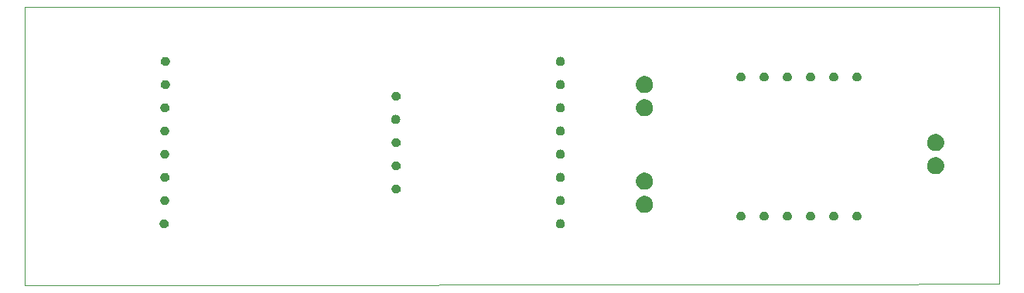
<source format=gbs>
G75*
G71*
%OFA0B0*%
%FSLAX23Y23*%
%IPPOS*%
%LPD*%
%ADD10C,0.1*%
%LPD*%D10*
X0Y0D02*
X0Y100D01*
X0Y200D01*
X0Y300D01*
X0Y400D01*
X0Y500D01*
X0Y600D01*
X0Y700D01*
X0Y799D01*
X0Y899D01*
X0Y999D01*
X0Y1099D01*
X0Y1199D01*
X0Y1299D01*
X0Y1399D01*
X0Y1499D01*
X0Y1599D01*
X0Y1699D01*
X0Y1799D01*
X0Y1899D01*
X0Y1999D01*
X0Y2099D01*
X0Y2199D01*
X0Y2298D01*
X0Y2398D01*
X0Y2498D01*
X0Y2598D01*
X0Y2698D01*
X0Y2798D01*
X0Y2898D01*
X0Y2998D01*
X0Y3098D01*
X0Y3198D01*
X0Y3298D01*
X0Y3398D01*
X0Y3498D01*
X0Y3598D01*
X0Y3698D01*
X0Y3797D01*
X0Y3897D01*
X0Y3997D01*
X0Y4097D01*
X0Y4197D01*
X0Y4297D01*
X0Y4397D01*
X0Y4497D01*
X0Y4597D01*
X0Y4697D01*
X0Y4797D01*
X0Y4897D01*
X0Y4997D01*
X0Y5097D01*
X0Y5197D01*
X0Y5296D01*
X0Y5396D01*
X0Y5496D01*
X0Y5596D01*
X0Y5696D01*
X0Y5796D01*
X0Y5896D01*
X0Y5996D01*
X0Y6096D01*
X0Y6196D01*
X0Y6296D01*
X0Y6396D01*
X0Y6496D01*
X0Y6596D01*
X0Y6696D01*
X0Y6796D01*
X0Y6895D01*
X0Y6995D01*
X0Y7095D01*
X0Y7195D01*
X0Y7295D01*
X0Y7395D01*
X0Y7495D01*
X0Y7595D01*
X0Y7695D01*
X0Y7795D01*
X0Y7895D01*
X0Y7995D01*
X0Y8095D01*
X0Y8195D01*
X0Y8295D01*
X0Y8394D01*
X0Y8494D01*
X0Y8594D01*
X0Y8694D01*
X0Y8794D01*
X0Y8894D01*
X0Y8994D01*
X0Y9094D01*
X0Y9194D01*
X0Y9294D01*
X0Y9394D01*
X0Y9494D01*
X0Y9594D01*
X0Y9694D01*
X0Y9794D01*
X0Y9893D01*
X0Y9993D01*
X0Y10093D01*
X0Y10193D01*
X0Y10293D01*
X0Y10393D01*
X0Y10493D01*
X0Y10593D01*
X0Y10693D01*
X0Y10793D01*
X0Y10893D01*
X0Y10993D01*
X0Y11093D01*
X0Y11193D01*
X0Y11293D01*
X0Y11392D01*
X0Y11492D01*
X0Y11592D01*
X0Y11692D01*
X0Y11792D01*
X0Y11892D01*
X0Y11992D01*
X0Y12092D01*
X0Y12192D01*
X0Y12292D01*
X0Y12392D01*
X0Y12492D01*
X0Y12592D01*
X0Y12692D01*
X0Y12792D01*
X0Y12891D01*
X0Y12991D01*
X0Y13091D01*
X0Y13191D01*
X0Y13291D01*
X0Y13391D01*
X0Y13491D01*
X0Y13591D01*
X0Y13691D01*
X0Y13791D01*
X0Y13891D01*
X0Y13991D01*
X0Y14091D01*
X0Y14191D01*
X0Y14291D01*
X0Y14391D01*
X0Y14490D01*
X0Y14590D01*
X0Y14690D01*
X0Y14790D01*
X0Y14890D01*
X0Y14990D01*
X0Y15090D01*
X0Y15190D01*
X0Y15290D01*
X0Y15390D01*
X0Y15490D01*
X0Y15590D01*
X0Y15690D01*
X0Y15790D01*
X0Y15890D01*
X0Y15989D01*
X0Y16089D01*
X0Y16189D01*
X0Y16289D01*
X0Y16389D01*
X0Y16489D01*
X0Y16589D01*
X0Y16689D01*
X0Y16789D01*
X0Y16889D01*
X0Y16989D01*
X0Y17089D01*
X0Y17189D01*
X0Y17289D01*
X0Y17389D01*
X0Y17488D01*
X0Y17588D01*
X0Y17688D01*
X0Y17788D01*
X0Y17888D01*
X0Y17988D01*
X0Y18088D01*
X0Y18188D01*
X0Y18288D01*
X0Y18388D01*
X0Y18488D01*
X0Y18588D01*
X0Y18688D01*
X0Y18788D01*
X0Y18888D01*
X0Y18987D01*
X0Y19087D01*
X0Y19187D01*
X0Y19287D01*
X0Y19387D01*
X0Y19487D01*
X0Y19587D01*
X0Y19687D01*
X0Y19787D01*
X0Y19887D01*
X0Y19987D01*
X0Y20087D01*
X0Y20187D01*
X0Y20287D01*
X0Y20387D01*
X0Y20486D01*
X0Y20586D01*
X0Y20686D01*
X0Y20786D01*
X0Y20886D01*
X0Y20986D01*
X0Y21086D01*
X0Y21186D01*
X0Y21286D01*
X0Y21386D01*
X0Y21486D01*
X0Y21586D01*
X0Y21686D01*
X0Y21786D01*
X0Y21886D01*
X0Y21985D01*
X0Y22085D01*
X0Y22185D01*
X0Y22285D01*
X0Y22385D01*
X0Y22485D01*
X0Y22585D01*
X0Y22685D01*
X0Y22785D01*
X0Y22885D01*
X0Y22985D01*
X0Y23085D01*
X0Y23185D01*
X0Y23285D01*
X0Y23385D01*
X0Y23485D01*
X0Y23584D01*
X0Y23684D01*
X0Y23784D01*
X0Y23884D01*
X0Y23984D01*
X0Y24084D01*
X0Y24184D01*
X0Y24284D01*
X0Y24384D01*
X0Y24484D01*
X0Y24584D01*
X0Y24684D01*
X0Y24784D01*
X0Y24884D01*
X0Y24984D01*
X0Y25083D01*
X0Y25183D01*
X0Y25283D01*
X0Y25383D01*
X0Y25483D01*
X0Y25583D01*
X0Y25683D01*
X0Y25783D01*
X0Y25883D01*
X0Y25983D01*
X0Y26083D01*
X0Y26183D01*
X0Y26283D01*
X0Y26383D01*
X0Y26483D01*
X0Y26582D01*
X0Y26682D01*
X0Y26782D01*
X0Y26882D01*
X0Y26982D01*
X0Y27082D01*
X0Y27182D01*
X0Y27282D01*
X0Y27382D01*
X0Y27482D01*
X0Y27582D01*
X0Y27682D01*
X0Y27782D01*
X0Y27882D01*
X0Y27982D01*
X0Y28082D01*
X0Y28181D01*
X0Y28281D01*
X0Y28381D01*
X0Y28481D01*
X0Y28581D01*
X0Y28681D01*
X0Y28781D01*
X0Y28881D01*
X0Y28981D01*
X0Y29081D01*
X0Y29181D01*
X0Y29281D01*
X0Y29381D01*
X0Y29481D01*
X0Y29581D01*
X0Y29680D01*
X0Y29780D01*
X0Y29880D01*
X0Y29980D01*
X0Y30080D01*
X0Y30180D01*
X0Y30280D01*
X0Y30380D01*
X0Y30480D01*
X100Y30480D01*
X200Y30480D01*
X300Y30480D01*
X400Y30480D01*
X500Y30480D01*
X600Y30480D01*
X700Y30480D01*
X800Y30480D01*
X900Y30480D01*
X1000Y30480D01*
X1100Y30480D01*
X1200Y30480D01*
X1300Y30480D01*
X1400Y30480D01*
X1500Y30480D01*
X1600Y30480D01*
X1700Y30480D01*
X1800Y30480D01*
X1900Y30480D01*
X2000Y30480D01*
X2100Y30480D01*
X2200Y30480D01*
X2300Y30480D01*
X2400Y30480D01*
X2500Y30480D01*
X2599Y30480D01*
X2699Y30480D01*
X2799Y30480D01*
X2899Y30480D01*
X2999Y30480D01*
X3099Y30480D01*
X3199Y30480D01*
X3299Y30480D01*
X3399Y30480D01*
X3499Y30480D01*
X3599Y30480D01*
X3699Y30480D01*
X3799Y30480D01*
X3899Y30480D01*
X3999Y30480D01*
X4099Y30480D01*
X4199Y30480D01*
X4299Y30480D01*
X4399Y30480D01*
X4499Y30480D01*
X4599Y30480D01*
X4699Y30480D01*
X4799Y30480D01*
X4899Y30480D01*
X4999Y30480D01*
X5099Y30480D01*
X5199Y30480D01*
X5299Y30480D01*
X5399Y30480D01*
X5499Y30480D01*
X5599Y30480D01*
X5699Y30480D01*
X5799Y30480D01*
X5899Y30480D01*
X5999Y30480D01*
X6099Y30480D01*
X6199Y30480D01*
X6299Y30480D01*
X6399Y30480D01*
X6499Y30480D01*
X6599Y30480D01*
X6699Y30480D01*
X6799Y30480D01*
X6899Y30480D01*
X6999Y30480D01*
X7099Y30480D01*
X7199Y30480D01*
X7299Y30480D01*
X7399Y30480D01*
X7499Y30480D01*
X7599Y30480D01*
X7699Y30480D01*
X7798Y30480D01*
X7898Y30480D01*
X7998Y30480D01*
X8098Y30480D01*
X8198Y30480D01*
X8298Y30480D01*
X8398Y30480D01*
X8498Y30480D01*
X8598Y30480D01*
X8698Y30480D01*
X8798Y30480D01*
X8898Y30480D01*
X8998Y30480D01*
X9098Y30480D01*
X9198Y30480D01*
X9298Y30480D01*
X9398Y30480D01*
X9498Y30480D01*
X9598Y30480D01*
X9698Y30480D01*
X9798Y30480D01*
X9898Y30480D01*
X9998Y30480D01*
X10098Y30480D01*
X10198Y30480D01*
X10298Y30480D01*
X10398Y30480D01*
X10498Y30480D01*
X10598Y30480D01*
X10698Y30480D01*
X10798Y30480D01*
X10898Y30480D01*
X10998Y30480D01*
X11098Y30480D01*
X11198Y30480D01*
X11298Y30480D01*
X11398Y30480D01*
X11498Y30480D01*
X11598Y30480D01*
X11698Y30480D01*
X11798Y30480D01*
X11898Y30480D01*
X11998Y30480D01*
X12098Y30480D01*
X12198Y30480D01*
X12298Y30480D01*
X12398Y30480D01*
X12498Y30480D01*
X12598Y30480D01*
X12698Y30480D01*
X12798Y30480D01*
X12898Y30480D01*
X12998Y30480D01*
X13097Y30480D01*
X13197Y30480D01*
X13297Y30480D01*
X13397Y30480D01*
X13497Y30480D01*
X13597Y30480D01*
X13697Y30480D01*
X13797Y30480D01*
X13897Y30480D01*
X13997Y30480D01*
X14097Y30480D01*
X14197Y30480D01*
X14297Y30480D01*
X14397Y30480D01*
X14497Y30480D01*
X14597Y30480D01*
X14697Y30480D01*
X14797Y30480D01*
X14897Y30480D01*
X14997Y30480D01*
X15097Y30480D01*
X15197Y30480D01*
X15297Y30480D01*
X15397Y30480D01*
X15497Y30480D01*
X15597Y30480D01*
X15697Y30480D01*
X15797Y30480D01*
X15897Y30480D01*
X15997Y30480D01*
X16097Y30480D01*
X16197Y30480D01*
X16297Y30480D01*
X16397Y30480D01*
X16497Y30480D01*
X16597Y30480D01*
X16697Y30480D01*
X16797Y30480D01*
X16897Y30480D01*
X16997Y30480D01*
X17097Y30480D01*
X17197Y30480D01*
X17297Y30480D01*
X17397Y30480D01*
X17497Y30480D01*
X17597Y30480D01*
X17697Y30480D01*
X17797Y30480D01*
X17897Y30480D01*
X17997Y30480D01*
X18097Y30480D01*
X18196Y30480D01*
X18296Y30480D01*
X18396Y30480D01*
X18496Y30480D01*
X18596Y30480D01*
X18696Y30480D01*
X18796Y30480D01*
X18896Y30480D01*
X18996Y30480D01*
X19096Y30480D01*
X19196Y30480D01*
X19296Y30480D01*
X19396Y30480D01*
X19496Y30480D01*
X19596Y30480D01*
X19696Y30480D01*
X19796Y30480D01*
X19896Y30480D01*
X19996Y30480D01*
X20096Y30480D01*
X20196Y30480D01*
X20296Y30480D01*
X20396Y30480D01*
X20496Y30480D01*
X20596Y30480D01*
X20696Y30480D01*
X20796Y30480D01*
X20896Y30480D01*
X20996Y30480D01*
X21096Y30480D01*
X21196Y30480D01*
X21296Y30480D01*
X21396Y30480D01*
X21496Y30480D01*
X21596Y30480D01*
X21696Y30480D01*
X21796Y30480D01*
X21896Y30480D01*
X21996Y30480D01*
X22096Y30480D01*
X22196Y30480D01*
X22296Y30480D01*
X22396Y30480D01*
X22496Y30480D01*
X22596Y30480D01*
X22696Y30480D01*
X22796Y30480D01*
X22896Y30480D01*
X22996Y30480D01*
X23096Y30480D01*
X23196Y30480D01*
X23296Y30480D01*
X23395Y30480D01*
X23495Y30480D01*
X23595Y30480D01*
X23695Y30480D01*
X23795Y30480D01*
X23895Y30480D01*
X23995Y30480D01*
X24095Y30480D01*
X24195Y30480D01*
X24295Y30480D01*
X24395Y30480D01*
X24495Y30480D01*
X24595Y30480D01*
X24695Y30480D01*
X24795Y30480D01*
X24895Y30480D01*
X24995Y30480D01*
X25095Y30480D01*
X25195Y30480D01*
X25295Y30480D01*
X25395Y30480D01*
X25495Y30480D01*
X25595Y30480D01*
X25695Y30480D01*
X25795Y30480D01*
X25895Y30480D01*
X25995Y30480D01*
X26095Y30480D01*
X26195Y30480D01*
X26295Y30480D01*
X26395Y30480D01*
X26495Y30480D01*
X26595Y30480D01*
X26695Y30480D01*
X26795Y30480D01*
X26895Y30480D01*
X26995Y30480D01*
X27095Y30480D01*
X27195Y30480D01*
X27295Y30480D01*
X27395Y30480D01*
X27495Y30480D01*
X27595Y30480D01*
X27695Y30480D01*
X27795Y30480D01*
X27895Y30480D01*
X27995Y30480D01*
X28095Y30480D01*
X28195Y30480D01*
X28295Y30480D01*
X28395Y30480D01*
X28495Y30480D01*
X28594Y30480D01*
X28694Y30480D01*
X28794Y30480D01*
X28894Y30480D01*
X28994Y30480D01*
X29094Y30480D01*
X29194Y30480D01*
X29294Y30480D01*
X29394Y30480D01*
X29494Y30480D01*
X29594Y30480D01*
X29694Y30480D01*
X29794Y30480D01*
X29894Y30480D01*
X29994Y30480D01*
X30094Y30480D01*
X30194Y30480D01*
X30294Y30480D01*
X30394Y30480D01*
X30494Y30480D01*
X30594Y30480D01*
X30694Y30480D01*
X30794Y30480D01*
X30894Y30480D01*
X30994Y30480D01*
X31094Y30480D01*
X31194Y30480D01*
X31294Y30480D01*
X31394Y30480D01*
X31494Y30480D01*
X31594Y30480D01*
X31694Y30480D01*
X31794Y30480D01*
X31894Y30480D01*
X31994Y30480D01*
X32094Y30480D01*
X32194Y30480D01*
X32294Y30480D01*
X32394Y30480D01*
X32494Y30480D01*
X32594Y30480D01*
X32694Y30480D01*
X32794Y30480D01*
X32894Y30480D01*
X32994Y30480D01*
X33094Y30480D01*
X33194Y30480D01*
X33294Y30480D01*
X33394Y30480D01*
X33494Y30480D01*
X33594Y30480D01*
X33694Y30480D01*
X33793Y30480D01*
X33893Y30480D01*
X33993Y30480D01*
X34093Y30480D01*
X34193Y30480D01*
X34293Y30480D01*
X34393Y30480D01*
X34493Y30480D01*
X34593Y30480D01*
X34693Y30480D01*
X34793Y30480D01*
X34893Y30480D01*
X34993Y30480D01*
X35093Y30480D01*
X35193Y30480D01*
X35293Y30480D01*
X35393Y30480D01*
X35493Y30480D01*
X35593Y30480D01*
X35693Y30480D01*
X35793Y30480D01*
X35893Y30480D01*
X35993Y30480D01*
X36093Y30480D01*
X36193Y30480D01*
X36293Y30480D01*
X36393Y30480D01*
X36493Y30480D01*
X36593Y30480D01*
X36693Y30480D01*
X36793Y30480D01*
X36893Y30480D01*
X36993Y30480D01*
X37093Y30480D01*
X37193Y30480D01*
X37293Y30480D01*
X37393Y30480D01*
X37493Y30480D01*
X37593Y30480D01*
X37693Y30480D01*
X37793Y30480D01*
X37893Y30480D01*
X37993Y30480D01*
X38093Y30480D01*
X38193Y30480D01*
X38293Y30480D01*
X38393Y30480D01*
X38493Y30480D01*
X38593Y30480D01*
X38693Y30480D01*
X38793Y30480D01*
X38893Y30480D01*
X38992Y30480D01*
X39092Y30480D01*
X39192Y30480D01*
X39292Y30480D01*
X39392Y30480D01*
X39492Y30480D01*
X39592Y30480D01*
X39692Y30480D01*
X39792Y30480D01*
X39892Y30480D01*
X39992Y30480D01*
X40092Y30480D01*
X40192Y30480D01*
X40292Y30480D01*
X40392Y30480D01*
X40492Y30480D01*
X40592Y30480D01*
X40692Y30480D01*
X40792Y30480D01*
X40892Y30480D01*
X40992Y30480D01*
X41092Y30480D01*
X41192Y30480D01*
X41292Y30480D01*
X41392Y30480D01*
X41492Y30480D01*
X41592Y30480D01*
X41692Y30480D01*
X41792Y30480D01*
X41892Y30480D01*
X41992Y30480D01*
X42092Y30480D01*
X42192Y30480D01*
X42292Y30480D01*
X42392Y30480D01*
X42492Y30480D01*
X42592Y30480D01*
X42692Y30480D01*
X42792Y30480D01*
X42892Y30480D01*
X42992Y30480D01*
X43092Y30480D01*
X43192Y30480D01*
X43292Y30480D01*
X43392Y30480D01*
X43492Y30480D01*
X43592Y30480D01*
X43692Y30480D01*
X43792Y30480D01*
X43892Y30480D01*
X43992Y30480D01*
X44092Y30480D01*
X44192Y30480D01*
X44291Y30480D01*
X44391Y30480D01*
X44491Y30480D01*
X44591Y30480D01*
X44691Y30480D01*
X44791Y30480D01*
X44891Y30480D01*
X44991Y30480D01*
X45091Y30480D01*
X45191Y30480D01*
X45291Y30480D01*
X45391Y30480D01*
X45491Y30480D01*
X45591Y30480D01*
X45691Y30480D01*
X45791Y30480D01*
X45891Y30480D01*
X45991Y30480D01*
X46091Y30480D01*
X46191Y30480D01*
X46291Y30480D01*
X46391Y30480D01*
X46491Y30480D01*
X46591Y30480D01*
X46691Y30480D01*
X46791Y30480D01*
X46891Y30480D01*
X46991Y30480D01*
X47091Y30480D01*
X47191Y30480D01*
X47291Y30480D01*
X47391Y30480D01*
X47491Y30480D01*
X47591Y30480D01*
X47691Y30480D01*
X47791Y30480D01*
X47891Y30480D01*
X47991Y30480D01*
X48091Y30480D01*
X48191Y30480D01*
X48291Y30480D01*
X48391Y30480D01*
X48491Y30480D01*
X48591Y30480D01*
X48691Y30480D01*
X48791Y30480D01*
X48891Y30480D01*
X48991Y30480D01*
X49091Y30480D01*
X49191Y30480D01*
X49291Y30480D01*
X49391Y30480D01*
X49491Y30480D01*
X49590Y30480D01*
X49690Y30480D01*
X49790Y30480D01*
X49890Y30480D01*
X49990Y30480D01*
X50090Y30480D01*
X50190Y30480D01*
X50290Y30480D01*
X50390Y30480D01*
X50490Y30480D01*
X50590Y30480D01*
X50690Y30480D01*
X50790Y30480D01*
X50890Y30480D01*
X50990Y30480D01*
X51090Y30480D01*
X51190Y30480D01*
X51290Y30480D01*
X51390Y30480D01*
X51490Y30480D01*
X51590Y30480D01*
X51690Y30480D01*
X51790Y30480D01*
X51890Y30480D01*
X51990Y30480D01*
X52090Y30480D01*
X52190Y30480D01*
X52290Y30480D01*
X52390Y30480D01*
X52490Y30480D01*
X52590Y30480D01*
X52690Y30480D01*
X52790Y30480D01*
X52890Y30480D01*
X52990Y30480D01*
X53090Y30480D01*
X53190Y30480D01*
X53290Y30480D01*
X53390Y30480D01*
X53490Y30480D01*
X53590Y30480D01*
X53690Y30480D01*
X53790Y30480D01*
X53890Y30480D01*
X53990Y30480D01*
X54090Y30480D01*
X54190Y30480D01*
X54290Y30480D01*
X54390Y30480D01*
X54490Y30480D01*
X54590Y30480D01*
X54690Y30480D01*
X54789Y30480D01*
X54889Y30480D01*
X54989Y30480D01*
X55089Y30480D01*
X55189Y30480D01*
X55289Y30480D01*
X55389Y30480D01*
X55489Y30480D01*
X55589Y30480D01*
X55689Y30480D01*
X55789Y30480D01*
X55889Y30480D01*
X55989Y30480D01*
X56089Y30480D01*
X56189Y30480D01*
X56289Y30480D01*
X56389Y30480D01*
X56489Y30480D01*
X56589Y30480D01*
X56689Y30480D01*
X56789Y30480D01*
X56889Y30480D01*
X56989Y30480D01*
X57089Y30480D01*
X57189Y30480D01*
X57289Y30480D01*
X57389Y30480D01*
X57489Y30480D01*
X57589Y30480D01*
X57689Y30480D01*
X57789Y30480D01*
X57889Y30480D01*
X57989Y30480D01*
X58089Y30480D01*
X58189Y30480D01*
X58289Y30480D01*
X58389Y30480D01*
X58489Y30480D01*
X58589Y30480D01*
X58689Y30480D01*
X58789Y30480D01*
X58889Y30480D01*
X58989Y30480D01*
X59089Y30480D01*
X59189Y30480D01*
X59289Y30480D01*
X59389Y30480D01*
X59489Y30480D01*
X59589Y30480D01*
X59689Y30480D01*
X59789Y30480D01*
X59889Y30480D01*
X59988Y30480D01*
X60088Y30480D01*
X60188Y30480D01*
X60288Y30480D01*
X60388Y30480D01*
X60488Y30480D01*
X60588Y30480D01*
X60688Y30480D01*
X60788Y30480D01*
X60888Y30480D01*
X60988Y30480D01*
X61088Y30480D01*
X61188Y30480D01*
X61288Y30480D01*
X61388Y30480D01*
X61488Y30480D01*
X61588Y30480D01*
X61688Y30480D01*
X61788Y30480D01*
X61888Y30480D01*
X61988Y30480D01*
X62088Y30480D01*
X62188Y30480D01*
X62288Y30480D01*
X62388Y30480D01*
X62488Y30480D01*
X62588Y30480D01*
X62688Y30480D01*
X62788Y30480D01*
X62888Y30480D01*
X62988Y30480D01*
X63088Y30480D01*
X63188Y30480D01*
X63288Y30480D01*
X63388Y30480D01*
X63488Y30480D01*
X63588Y30480D01*
X63688Y30480D01*
X63788Y30480D01*
X63888Y30480D01*
X63988Y30480D01*
X64088Y30480D01*
X64188Y30480D01*
X64288Y30480D01*
X64388Y30480D01*
X64488Y30480D01*
X64588Y30480D01*
X64688Y30480D01*
X64788Y30480D01*
X64888Y30480D01*
X64988Y30480D01*
X65088Y30480D01*
X65188Y30480D01*
X65288Y30480D01*
X65387Y30480D01*
X65487Y30480D01*
X65587Y30480D01*
X65687Y30480D01*
X65787Y30480D01*
X65887Y30480D01*
X65987Y30480D01*
X66087Y30480D01*
X66187Y30480D01*
X66287Y30480D01*
X66387Y30480D01*
X66487Y30480D01*
X66587Y30480D01*
X66687Y30480D01*
X66787Y30480D01*
X66887Y30480D01*
X66987Y30480D01*
X67087Y30480D01*
X67187Y30480D01*
X67287Y30480D01*
X67387Y30480D01*
X67487Y30480D01*
X67587Y30480D01*
X67687Y30480D01*
X67787Y30480D01*
X67887Y30480D01*
X67987Y30480D01*
X68087Y30480D01*
X68187Y30480D01*
X68287Y30480D01*
X68387Y30480D01*
X68487Y30480D01*
X68587Y30480D01*
X68687Y30480D01*
X68787Y30480D01*
X68887Y30480D01*
X68987Y30480D01*
X69087Y30480D01*
X69187Y30480D01*
X69287Y30480D01*
X69387Y30480D01*
X69487Y30480D01*
X69587Y30480D01*
X69687Y30480D01*
X69787Y30480D01*
X69887Y30480D01*
X69987Y30480D01*
X70087Y30480D01*
X70187Y30480D01*
X70287Y30480D01*
X70387Y30480D01*
X70487Y30480D01*
X70587Y30480D01*
X70686Y30480D01*
X70786Y30480D01*
X70886Y30480D01*
X70986Y30480D01*
X71086Y30480D01*
X71186Y30480D01*
X71286Y30480D01*
X71386Y30480D01*
X71486Y30480D01*
X71586Y30480D01*
X71686Y30480D01*
X71786Y30480D01*
X71886Y30480D01*
X71986Y30480D01*
X72086Y30480D01*
X72186Y30480D01*
X72286Y30480D01*
X72386Y30480D01*
X72486Y30480D01*
X72586Y30480D01*
X72686Y30480D01*
X72786Y30480D01*
X72886Y30480D01*
X72986Y30480D01*
X73086Y30480D01*
X73186Y30480D01*
X73286Y30480D01*
X73386Y30480D01*
X73486Y30480D01*
X73586Y30480D01*
X73686Y30480D01*
X73786Y30480D01*
X73886Y30480D01*
X73986Y30480D01*
X74086Y30480D01*
X74186Y30480D01*
X74286Y30480D01*
X74386Y30480D01*
X74486Y30480D01*
X74586Y30480D01*
X74686Y30480D01*
X74786Y30480D01*
X74886Y30480D01*
X74986Y30480D01*
X75086Y30480D01*
X75186Y30480D01*
X75286Y30480D01*
X75386Y30480D01*
X75486Y30480D01*
X75586Y30480D01*
X75686Y30480D01*
X75786Y30480D01*
X75886Y30480D01*
X75985Y30480D01*
X76085Y30480D01*
X76185Y30480D01*
X76285Y30480D01*
X76385Y30480D01*
X76485Y30480D01*
X76585Y30480D01*
X76685Y30480D01*
X76785Y30480D01*
X76885Y30480D01*
X76985Y30480D01*
X77085Y30480D01*
X77185Y30480D01*
X77285Y30480D01*
X77385Y30480D01*
X77485Y30480D01*
X77585Y30480D01*
X77685Y30480D01*
X77785Y30480D01*
X77885Y30480D01*
X77985Y30480D01*
X78085Y30480D01*
X78185Y30480D01*
X78285Y30480D01*
X78385Y30480D01*
X78485Y30480D01*
X78585Y30480D01*
X78685Y30480D01*
X78785Y30480D01*
X78885Y30480D01*
X78985Y30480D01*
X79085Y30480D01*
X79185Y30480D01*
X79285Y30480D01*
X79385Y30480D01*
X79485Y30480D01*
X79585Y30480D01*
X79685Y30480D01*
X79785Y30480D01*
X79885Y30480D01*
X79985Y30480D01*
X80085Y30480D01*
X80185Y30480D01*
X80285Y30480D01*
X80385Y30480D01*
X80485Y30480D01*
X80585Y30480D01*
X80685Y30480D01*
X80785Y30480D01*
X80885Y30480D01*
X80985Y30480D01*
X81085Y30480D01*
X81185Y30480D01*
X81284Y30480D01*
X81384Y30480D01*
X81484Y30480D01*
X81584Y30480D01*
X81684Y30480D01*
X81784Y30480D01*
X81884Y30480D01*
X81984Y30480D01*
X82084Y30480D01*
X82184Y30480D01*
X82284Y30480D01*
X82384Y30480D01*
X82484Y30480D01*
X82584Y30480D01*
X82684Y30480D01*
X82784Y30480D01*
X82884Y30480D01*
X82984Y30480D01*
X83084Y30480D01*
X83184Y30480D01*
X83284Y30480D01*
X83384Y30480D01*
X83484Y30480D01*
X83584Y30480D01*
X83684Y30480D01*
X83784Y30480D01*
X83884Y30480D01*
X83984Y30480D01*
X84084Y30480D01*
X84184Y30480D01*
X84284Y30480D01*
X84384Y30480D01*
X84484Y30480D01*
X84584Y30480D01*
X84684Y30480D01*
X84784Y30480D01*
X84884Y30480D01*
X84984Y30480D01*
X85084Y30480D01*
X85184Y30480D01*
X85284Y30480D01*
X85384Y30480D01*
X85484Y30480D01*
X85584Y30480D01*
X85684Y30480D01*
X85784Y30480D01*
X85884Y30480D01*
X85984Y30480D01*
X86084Y30480D01*
X86184Y30480D01*
X86284Y30480D01*
X86384Y30480D01*
X86484Y30480D01*
X86583Y30480D01*
X86683Y30480D01*
X86783Y30480D01*
X86883Y30480D01*
X86983Y30480D01*
X87083Y30480D01*
X87183Y30480D01*
X87283Y30480D01*
X87383Y30480D01*
X87483Y30480D01*
X87583Y30480D01*
X87683Y30480D01*
X87783Y30480D01*
X87883Y30480D01*
X87983Y30480D01*
X88083Y30480D01*
X88183Y30480D01*
X88283Y30480D01*
X88383Y30480D01*
X88483Y30480D01*
X88583Y30480D01*
X88683Y30480D01*
X88783Y30480D01*
X88883Y30480D01*
X88983Y30480D01*
X89083Y30480D01*
X89183Y30480D01*
X89283Y30480D01*
X89383Y30480D01*
X89483Y30480D01*
X89583Y30480D01*
X89683Y30480D01*
X89783Y30480D01*
X89883Y30480D01*
X89983Y30480D01*
X90083Y30480D01*
X90183Y30480D01*
X90283Y30480D01*
X90383Y30480D01*
X90483Y30480D01*
X90583Y30480D01*
X90683Y30480D01*
X90783Y30480D01*
X90883Y30480D01*
X90983Y30480D01*
X91083Y30480D01*
X91183Y30480D01*
X91283Y30480D01*
X91383Y30480D01*
X91483Y30480D01*
X91583Y30480D01*
X91683Y30480D01*
X91783Y30480D01*
X91883Y30480D01*
X91983Y30480D01*
X92082Y30480D01*
X92182Y30480D01*
X92282Y30480D01*
X92382Y30480D01*
X92482Y30480D01*
X92582Y30480D01*
X92682Y30480D01*
X92782Y30480D01*
X92882Y30480D01*
X92982Y30480D01*
X93082Y30480D01*
X93182Y30480D01*
X93282Y30480D01*
X93382Y30480D01*
X93482Y30480D01*
X93582Y30480D01*
X93682Y30480D01*
X93782Y30480D01*
X93882Y30480D01*
X93982Y30480D01*
X94082Y30480D01*
X94182Y30480D01*
X94282Y30480D01*
X94382Y30480D01*
X94482Y30480D01*
X94582Y30480D01*
X94682Y30480D01*
X94782Y30480D01*
X94882Y30480D01*
X94982Y30480D01*
X95082Y30480D01*
X95182Y30480D01*
X95282Y30480D01*
X95382Y30480D01*
X95482Y30480D01*
X95582Y30480D01*
X95682Y30480D01*
X95782Y30480D01*
X95882Y30480D01*
X95982Y30480D01*
X96082Y30480D01*
X96182Y30480D01*
X96282Y30480D01*
X96382Y30480D01*
X96482Y30480D01*
X96582Y30480D01*
X96682Y30480D01*
X96782Y30480D01*
X96882Y30480D01*
X96982Y30480D01*
X97082Y30480D01*
X97182Y30480D01*
X97282Y30480D01*
X97382Y30480D01*
X97482Y30480D01*
X97581Y30480D01*
X97681Y30480D01*
X97781Y30480D01*
X97881Y30480D01*
X97981Y30480D01*
X98081Y30480D01*
X98181Y30480D01*
X98281Y30480D01*
X98381Y30480D01*
X98481Y30480D01*
X98581Y30480D01*
X98681Y30480D01*
X98781Y30480D01*
X98881Y30480D01*
X98981Y30480D01*
X99081Y30480D01*
X99181Y30480D01*
X99281Y30480D01*
X99381Y30480D01*
X99481Y30480D01*
X99581Y30480D01*
X99681Y30480D01*
X99781Y30480D01*
X99881Y30480D01*
X99981Y30480D01*
X100081Y30480D01*
X100181Y30480D01*
X100281Y30480D01*
X100381Y30480D01*
X100481Y30480D01*
X100581Y30480D01*
X100681Y30480D01*
X100781Y30480D01*
X100881Y30480D01*
X100981Y30480D01*
X101081Y30480D01*
X101181Y30480D01*
X101281Y30480D01*
X101381Y30480D01*
X101481Y30480D01*
X101581Y30480D01*
X101681Y30480D01*
X101781Y30480D01*
X101881Y30480D01*
X101981Y30480D01*
X102081Y30480D01*
X102181Y30480D01*
X102281Y30480D01*
X102381Y30480D01*
X102481Y30480D01*
X102581Y30480D01*
X102681Y30480D01*
X102781Y30480D01*
X102881Y30480D01*
X102981Y30480D01*
X103081Y30480D01*
X103181Y30480D01*
X103280Y30480D01*
X103380Y30480D01*
X103480Y30480D01*
X103580Y30480D01*
X103680Y30480D01*
X103780Y30480D01*
X103880Y30480D01*
X103980Y30480D01*
X104080Y30480D01*
X104180Y30480D01*
X104280Y30480D01*
X104380Y30480D01*
X104480Y30480D01*
X104580Y30480D01*
X104680Y30480D01*
X104780Y30480D01*
X104880Y30480D01*
X104980Y30480D01*
X105080Y30480D01*
X105180Y30480D01*
X105280Y30480D01*
X105380Y30480D01*
X105480Y30480D01*
X105580Y30480D01*
X105680Y30480D01*
X105780Y30480D01*
X105880Y30480D01*
X105980Y30480D01*
X106080Y30480D01*
X106180Y30480D01*
X106280Y30480D01*
X106380Y30480D01*
X106480Y30480D01*
X106580Y30480D01*
X106680Y30480D01*
X106680Y30380D01*
X106680Y30281D01*
X106680Y30181D01*
X106680Y30081D01*
X106680Y29982D01*
X106680Y29882D01*
X106680Y29782D01*
X106680Y29682D01*
X106680Y29583D01*
X106680Y29483D01*
X106680Y29383D01*
X106680Y29284D01*
X106680Y29184D01*
X106680Y29084D01*
X106680Y28985D01*
X106680Y28885D01*
X106680Y28785D01*
X106680Y28686D01*
X106680Y28586D01*
X106680Y28486D01*
X106680Y28386D01*
X106680Y28287D01*
X106680Y28187D01*
X106680Y28087D01*
X106680Y27988D01*
X106680Y27888D01*
X106680Y27788D01*
X106680Y27689D01*
X106680Y27589D01*
X106680Y27489D01*
X106680Y27389D01*
X106680Y27290D01*
X106680Y27190D01*
X106680Y27090D01*
X106680Y26991D01*
X106680Y26891D01*
X106680Y26791D01*
X106680Y26692D01*
X106680Y26592D01*
X106680Y26492D01*
X106680Y26393D01*
X106680Y26293D01*
X106680Y26193D01*
X106680Y26093D01*
X106680Y25994D01*
X106680Y25894D01*
X106680Y25794D01*
X106680Y25695D01*
X106680Y25595D01*
X106680Y25495D01*
X106680Y25396D01*
X106680Y25296D01*
X106680Y25196D01*
X106680Y25097D01*
X106680Y24997D01*
X106680Y24897D01*
X106680Y24797D01*
X106680Y24698D01*
X106680Y24598D01*
X106680Y24498D01*
X106680Y24399D01*
X106680Y24299D01*
X106680Y24199D01*
X106680Y24100D01*
X106680Y24000D01*
X106680Y23900D01*
X106680Y23800D01*
X106680Y23701D01*
X106680Y23601D01*
X106680Y23501D01*
X106680Y23402D01*
X106680Y23302D01*
X106680Y23202D01*
X106680Y23103D01*
X106680Y23003D01*
X106680Y22903D01*
X106680Y22804D01*
X106680Y22704D01*
X106680Y22604D01*
X106680Y22504D01*
X106680Y22405D01*
X106680Y22305D01*
X106680Y22205D01*
X106680Y22106D01*
X106680Y22006D01*
X106680Y21906D01*
X106680Y21807D01*
X106680Y21707D01*
X106680Y21607D01*
X106680Y21508D01*
X106680Y21408D01*
X106680Y21308D01*
X106680Y21208D01*
X106680Y21109D01*
X106680Y21009D01*
X106680Y20909D01*
X106680Y20810D01*
X106680Y20710D01*
X106680Y20610D01*
X106680Y20511D01*
X106680Y20411D01*
X106680Y20311D01*
X106680Y20212D01*
X106680Y20112D01*
X106680Y20012D01*
X106680Y19912D01*
X106680Y19813D01*
X106680Y19713D01*
X106680Y19613D01*
X106680Y19514D01*
X106680Y19414D01*
X106680Y19314D01*
X106680Y19215D01*
X106680Y19115D01*
X106680Y19015D01*
X106680Y18915D01*
X106680Y18816D01*
X106680Y18716D01*
X106680Y18616D01*
X106680Y18517D01*
X106680Y18417D01*
X106680Y18317D01*
X106680Y18218D01*
X106680Y18118D01*
X106680Y18018D01*
X106680Y17919D01*
X106680Y17819D01*
X106680Y17719D01*
X106680Y17619D01*
X106680Y17520D01*
X106680Y17420D01*
X106680Y17320D01*
X106680Y17221D01*
X106680Y17121D01*
X106680Y17021D01*
X106680Y16922D01*
X106680Y16822D01*
X106680Y16722D01*
X106680Y16623D01*
X106680Y16523D01*
X106680Y16423D01*
X106680Y16323D01*
X106680Y16224D01*
X106680Y16124D01*
X106680Y16024D01*
X106680Y15925D01*
X106680Y15825D01*
X106680Y15725D01*
X106680Y15626D01*
X106680Y15526D01*
X106680Y15426D01*
X106680Y15326D01*
X106680Y15227D01*
X106680Y15127D01*
X106680Y15027D01*
X106680Y14928D01*
X106680Y14828D01*
X106680Y14728D01*
X106680Y14629D01*
X106680Y14529D01*
X106680Y14429D01*
X106680Y14330D01*
X106680Y14230D01*
X106680Y14130D01*
X106680Y14030D01*
X106680Y13931D01*
X106680Y13831D01*
X106680Y13731D01*
X106680Y13632D01*
X106680Y13532D01*
X106680Y13432D01*
X106680Y13333D01*
X106680Y13233D01*
X106680Y13133D01*
X106680Y13033D01*
X106680Y12934D01*
X106680Y12834D01*
X106680Y12734D01*
X106680Y12635D01*
X106680Y12535D01*
X106680Y12435D01*
X106680Y12336D01*
X106680Y12236D01*
X106680Y12136D01*
X106680Y12037D01*
X106680Y11937D01*
X106680Y11837D01*
X106680Y11737D01*
X106680Y11638D01*
X106680Y11538D01*
X106680Y11438D01*
X106680Y11339D01*
X106680Y11239D01*
X106680Y11139D01*
X106680Y11040D01*
X106680Y10940D01*
X106680Y10840D01*
X106680Y10741D01*
X106680Y10641D01*
X106680Y10541D01*
X106680Y10441D01*
X106680Y10342D01*
X106680Y10242D01*
X106680Y10142D01*
X106680Y10043D01*
X106680Y9943D01*
X106680Y9843D01*
X106680Y9744D01*
X106680Y9644D01*
X106680Y9544D01*
X106680Y9444D01*
X106680Y9345D01*
X106680Y9245D01*
X106680Y9145D01*
X106680Y9046D01*
X106680Y8946D01*
X106680Y8846D01*
X106680Y8747D01*
X106680Y8647D01*
X106680Y8547D01*
X106680Y8448D01*
X106680Y8348D01*
X106680Y8248D01*
X106680Y8148D01*
X106680Y8049D01*
X106680Y7949D01*
X106680Y7849D01*
X106680Y7750D01*
X106680Y7650D01*
X106680Y7550D01*
X106680Y7451D01*
X106680Y7351D01*
X106680Y7251D01*
X106680Y7152D01*
X106680Y7052D01*
X106680Y6952D01*
X106680Y6852D01*
X106680Y6753D01*
X106680Y6653D01*
X106680Y6553D01*
X106680Y6454D01*
X106680Y6354D01*
X106680Y6254D01*
X106680Y6155D01*
X106680Y6055D01*
X106680Y5955D01*
X106680Y5855D01*
X106680Y5756D01*
X106680Y5656D01*
X106680Y5556D01*
X106680Y5457D01*
X106680Y5357D01*
X106680Y5257D01*
X106680Y5158D01*
X106680Y5058D01*
X106680Y4958D01*
X106680Y4859D01*
X106680Y4759D01*
X106680Y4659D01*
X106680Y4559D01*
X106680Y4460D01*
X106680Y4360D01*
X106680Y4260D01*
X106680Y4161D01*
X106680Y4061D01*
X106680Y3961D01*
X106680Y3862D01*
X106680Y3762D01*
X106680Y3662D01*
X106680Y3563D01*
X106680Y3463D01*
X106680Y3363D01*
X106680Y3263D01*
X106680Y3164D01*
X106680Y3064D01*
X106680Y2964D01*
X106680Y2865D01*
X106680Y2765D01*
X106680Y2665D01*
X106680Y2566D01*
X106680Y2466D01*
X106680Y2366D01*
X106680Y2266D01*
X106680Y2167D01*
X106680Y2067D01*
X106680Y1967D01*
X106680Y1868D01*
X106680Y1768D01*
X106680Y1668D01*
X106680Y1569D01*
X106680Y1469D01*
X106680Y1369D01*
X106680Y1270D01*
X106680Y1170D01*
X106680Y1070D01*
X106680Y970D01*
X106680Y871D01*
X106680Y771D01*
X106680Y671D01*
X106680Y572D01*
X106680Y472D01*
X106680Y372D01*
X106680Y273D01*
X106680Y173D01*
X106580Y173D01*
X106480Y172D01*
X106380Y172D01*
X106280Y172D01*
X106180Y172D01*
X106080Y172D01*
X105980Y172D01*
X105880Y172D01*
X105780Y171D01*
X105680Y171D01*
X105580Y171D01*
X105480Y171D01*
X105380Y171D01*
X105280Y171D01*
X105180Y170D01*
X105080Y170D01*
X104980Y170D01*
X104880Y170D01*
X104780Y170D01*
X104680Y170D01*
X104580Y169D01*
X104480Y169D01*
X104380Y169D01*
X104280Y169D01*
X104180Y169D01*
X104081Y169D01*
X103981Y168D01*
X103881Y168D01*
X103781Y168D01*
X103681Y168D01*
X103581Y168D01*
X103481Y168D01*
X103381Y167D01*
X103281Y167D01*
X103181Y167D01*
X103081Y167D01*
X102981Y167D01*
X102881Y167D01*
X102781Y167D01*
X102681Y166D01*
X102581Y166D01*
X102481Y166D01*
X102381Y166D01*
X102281Y166D01*
X102181Y166D01*
X102081Y165D01*
X101981Y165D01*
X101881Y165D01*
X101781Y165D01*
X101681Y165D01*
X101581Y165D01*
X101481Y164D01*
X101381Y164D01*
X101281Y164D01*
X101181Y164D01*
X101081Y164D01*
X100981Y164D01*
X100881Y163D01*
X100781Y163D01*
X100681Y163D01*
X100581Y163D01*
X100481Y163D01*
X100381Y163D01*
X100281Y162D01*
X100181Y162D01*
X100081Y162D01*
X99981Y162D01*
X99881Y162D01*
X99781Y162D01*
X99681Y161D01*
X99581Y161D01*
X99481Y161D01*
X99381Y161D01*
X99281Y161D01*
X99181Y161D01*
X99081Y161D01*
X98981Y160D01*
X98882Y160D01*
X98782Y160D01*
X98682Y160D01*
X98582Y160D01*
X98482Y160D01*
X98382Y159D01*
X98282Y159D01*
X98182Y159D01*
X98082Y159D01*
X97982Y159D01*
X97882Y159D01*
X97782Y158D01*
X97682Y158D01*
X97582Y158D01*
X97482Y158D01*
X97382Y158D01*
X97282Y158D01*
X97182Y157D01*
X97082Y157D01*
X96982Y157D01*
X96882Y157D01*
X96782Y157D01*
X96682Y157D01*
X96582Y156D01*
X96482Y156D01*
X96382Y156D01*
X96282Y156D01*
X96182Y156D01*
X96082Y156D01*
X95982Y155D01*
X95882Y155D01*
X95782Y155D01*
X95682Y155D01*
X95582Y155D01*
X95482Y155D01*
X95382Y155D01*
X95282Y154D01*
X95182Y154D01*
X95082Y154D01*
X94982Y154D01*
X94882Y154D01*
X94782Y154D01*
X94682Y153D01*
X94582Y153D01*
X94482Y153D01*
X94382Y153D01*
X94282Y153D01*
X94182Y153D01*
X94082Y152D01*
X93982Y152D01*
X93882Y152D01*
X93782Y152D01*
X93682Y152D01*
X93583Y152D01*
X93483Y151D01*
X93383Y151D01*
X93283Y151D01*
X93183Y151D01*
X93083Y151D01*
X92983Y151D01*
X92883Y150D01*
X92783Y150D01*
X92683Y150D01*
X92583Y150D01*
X92483Y150D01*
X92383Y150D01*
X92283Y149D01*
X92183Y149D01*
X92083Y149D01*
X91983Y149D01*
X91883Y149D01*
X91783Y149D01*
X91683Y149D01*
X91583Y148D01*
X91483Y148D01*
X91383Y148D01*
X91283Y148D01*
X91183Y148D01*
X91083Y148D01*
X90983Y147D01*
X90883Y147D01*
X90783Y147D01*
X90683Y147D01*
X90583Y147D01*
X90483Y147D01*
X90383Y146D01*
X90283Y146D01*
X90183Y146D01*
X90083Y146D01*
X89983Y146D01*
X89883Y146D01*
X89783Y145D01*
X89683Y145D01*
X89583Y145D01*
X89483Y145D01*
X89383Y145D01*
X89283Y145D01*
X89183Y144D01*
X89083Y144D01*
X88983Y144D01*
X88883Y144D01*
X88783Y144D01*
X88683Y144D01*
X88583Y144D01*
X88484Y143D01*
X88384Y143D01*
X88284Y143D01*
X88184Y143D01*
X88084Y143D01*
X87984Y143D01*
X87884Y142D01*
X87784Y142D01*
X87684Y142D01*
X87584Y142D01*
X87484Y142D01*
X87384Y142D01*
X87284Y141D01*
X87184Y141D01*
X87084Y141D01*
X86984Y141D01*
X86884Y141D01*
X86784Y141D01*
X86684Y140D01*
X86584Y140D01*
X86484Y140D01*
X86384Y140D01*
X86284Y140D01*
X86184Y140D01*
X86084Y139D01*
X85984Y139D01*
X85884Y139D01*
X85784Y139D01*
X85684Y139D01*
X85584Y139D01*
X85484Y138D01*
X85384Y138D01*
X85284Y138D01*
X85184Y138D01*
X85084Y138D01*
X84984Y138D01*
X84884Y138D01*
X84784Y137D01*
X84684Y137D01*
X84584Y137D01*
X84484Y137D01*
X84384Y137D01*
X84284Y137D01*
X84184Y136D01*
X84084Y136D01*
X83984Y136D01*
X83884Y136D01*
X83784Y136D01*
X83684Y136D01*
X83584Y135D01*
X83484Y135D01*
X83384Y135D01*
X83285Y135D01*
X83185Y135D01*
X83085Y135D01*
X82985Y134D01*
X82885Y134D01*
X82785Y134D01*
X82685Y134D01*
X82585Y134D01*
X82485Y134D01*
X82385Y133D01*
X82285Y133D01*
X82185Y133D01*
X82085Y133D01*
X81985Y133D01*
X81885Y133D01*
X81785Y132D01*
X81685Y132D01*
X81585Y132D01*
X81485Y132D01*
X81385Y132D01*
X81285Y132D01*
X81185Y132D01*
X81085Y131D01*
X80985Y131D01*
X80885Y131D01*
X80785Y131D01*
X80685Y131D01*
X80585Y131D01*
X80485Y130D01*
X80385Y130D01*
X80285Y130D01*
X80185Y130D01*
X80085Y130D01*
X79985Y130D01*
X79885Y129D01*
X79785Y129D01*
X79685Y129D01*
X79585Y129D01*
X79485Y129D01*
X79385Y129D01*
X79285Y128D01*
X79185Y128D01*
X79085Y128D01*
X78985Y128D01*
X78885Y128D01*
X78785Y128D01*
X78685Y127D01*
X78585Y127D01*
X78485Y127D01*
X78385Y127D01*
X78285Y127D01*
X78185Y127D01*
X78086Y126D01*
X77986Y126D01*
X77886Y126D01*
X77786Y126D01*
X77686Y126D01*
X77586Y126D01*
X77486Y126D01*
X77386Y125D01*
X77286Y125D01*
X77186Y125D01*
X77086Y125D01*
X76986Y125D01*
X76886Y125D01*
X76786Y124D01*
X76686Y124D01*
X76586Y124D01*
X76486Y124D01*
X76386Y124D01*
X76286Y124D01*
X76186Y123D01*
X76086Y123D01*
X75986Y123D01*
X75886Y123D01*
X75786Y123D01*
X75686Y123D01*
X75586Y122D01*
X75486Y122D01*
X75386Y122D01*
X75286Y122D01*
X75186Y122D01*
X75086Y122D01*
X74986Y121D01*
X74886Y121D01*
X74786Y121D01*
X74686Y121D01*
X74586Y121D01*
X74486Y121D01*
X74386Y121D01*
X74286Y120D01*
X74186Y120D01*
X74086Y120D01*
X73986Y120D01*
X73886Y120D01*
X73786Y120D01*
X73686Y119D01*
X73586Y119D01*
X73486Y119D01*
X73386Y119D01*
X73286Y119D01*
X73186Y119D01*
X73086Y118D01*
X72986Y118D01*
X72887Y118D01*
X72787Y118D01*
X72687Y118D01*
X72587Y118D01*
X72487Y117D01*
X72387Y117D01*
X72287Y117D01*
X72187Y117D01*
X72087Y117D01*
X71987Y117D01*
X71887Y116D01*
X71787Y116D01*
X71687Y116D01*
X71587Y116D01*
X71487Y116D01*
X71387Y116D01*
X71287Y115D01*
X71187Y115D01*
X71087Y115D01*
X70987Y115D01*
X70887Y115D01*
X70787Y115D01*
X70687Y115D01*
X70587Y114D01*
X70487Y114D01*
X70387Y114D01*
X70287Y114D01*
X70187Y114D01*
X70087Y114D01*
X69987Y113D01*
X69887Y113D01*
X69787Y113D01*
X69687Y113D01*
X69587Y113D01*
X69487Y113D01*
X69387Y112D01*
X69287Y112D01*
X69187Y112D01*
X69087Y112D01*
X68987Y112D01*
X68887Y112D01*
X68787Y111D01*
X68687Y111D01*
X68587Y111D01*
X68487Y111D01*
X68387Y111D01*
X68287Y111D01*
X68187Y110D01*
X68087Y110D01*
X67987Y110D01*
X67887Y110D01*
X67787Y110D01*
X67688Y110D01*
X67588Y109D01*
X67488Y109D01*
X67388Y109D01*
X67288Y109D01*
X67188Y109D01*
X67088Y109D01*
X66988Y109D01*
X66888Y108D01*
X66788Y108D01*
X66688Y108D01*
X66588Y108D01*
X66488Y108D01*
X66388Y108D01*
X66288Y107D01*
X66188Y107D01*
X66088Y107D01*
X65988Y107D01*
X65888Y107D01*
X65788Y107D01*
X65688Y106D01*
X65588Y106D01*
X65488Y106D01*
X65388Y106D01*
X65288Y106D01*
X65188Y106D01*
X65088Y105D01*
X64988Y105D01*
X64888Y105D01*
X64788Y105D01*
X64688Y105D01*
X64588Y105D01*
X64488Y104D01*
X64388Y104D01*
X64288Y104D01*
X64188Y104D01*
X64088Y104D01*
X63988Y104D01*
X63888Y103D01*
X63788Y103D01*
X63688Y103D01*
X63588Y103D01*
X63488Y103D01*
X63388Y103D01*
X63288Y103D01*
X63188Y102D01*
X63088Y102D01*
X62988Y102D01*
X62888Y102D01*
X62788Y102D01*
X62688Y102D01*
X62588Y101D01*
X62488Y101D01*
X62389Y101D01*
X62289Y101D01*
X62189Y101D01*
X62089Y101D01*
X61989Y100D01*
X61889Y100D01*
X61789Y100D01*
X61689Y100D01*
X61589Y100D01*
X61489Y100D01*
X61389Y99D01*
X61289Y99D01*
X61189Y99D01*
X61089Y99D01*
X60989Y99D01*
X60889Y99D01*
X60789Y98D01*
X60689Y98D01*
X60589Y98D01*
X60489Y98D01*
X60389Y98D01*
X60289Y98D01*
X60189Y98D01*
X60089Y97D01*
X59989Y97D01*
X59889Y97D01*
X59789Y97D01*
X59689Y97D01*
X59589Y97D01*
X59489Y96D01*
X59389Y96D01*
X59289Y96D01*
X59189Y96D01*
X59089Y96D01*
X58989Y96D01*
X58889Y95D01*
X58789Y95D01*
X58689Y95D01*
X58589Y95D01*
X58489Y95D01*
X58389Y95D01*
X58289Y94D01*
X58189Y94D01*
X58089Y94D01*
X57989Y94D01*
X57889Y94D01*
X57789Y94D01*
X57689Y93D01*
X57589Y93D01*
X57489Y93D01*
X57389Y93D01*
X57289Y93D01*
X57189Y93D01*
X57090Y92D01*
X56990Y92D01*
X56890Y92D01*
X56790Y92D01*
X56690Y92D01*
X56590Y92D01*
X56490Y92D01*
X56390Y91D01*
X56290Y91D01*
X56190Y91D01*
X56090Y91D01*
X55990Y91D01*
X55890Y91D01*
X55790Y90D01*
X55690Y90D01*
X55590Y90D01*
X55490Y90D01*
X55390Y90D01*
X55290Y90D01*
X55190Y89D01*
X55090Y89D01*
X54990Y89D01*
X54890Y89D01*
X54790Y89D01*
X54690Y89D01*
X54590Y88D01*
X54490Y88D01*
X54390Y88D01*
X54290Y88D01*
X54190Y88D01*
X54090Y88D01*
X53990Y87D01*
X53890Y87D01*
X53790Y87D01*
X53690Y87D01*
X53590Y87D01*
X53490Y87D01*
X53390Y86D01*
X53290Y86D01*
X53190Y86D01*
X53090Y86D01*
X52990Y86D01*
X52890Y86D01*
X52790Y86D01*
X52690Y85D01*
X52590Y85D01*
X52490Y85D01*
X52390Y85D01*
X52290Y85D01*
X52190Y85D01*
X52090Y84D01*
X51990Y84D01*
X51891Y84D01*
X51791Y84D01*
X51691Y84D01*
X51591Y84D01*
X51491Y83D01*
X51391Y83D01*
X51291Y83D01*
X51191Y83D01*
X51091Y83D01*
X50991Y83D01*
X50891Y82D01*
X50791Y82D01*
X50691Y82D01*
X50591Y82D01*
X50491Y82D01*
X50391Y82D01*
X50291Y81D01*
X50191Y81D01*
X50091Y81D01*
X49991Y81D01*
X49891Y81D01*
X49791Y81D01*
X49691Y80D01*
X49591Y80D01*
X49491Y80D01*
X49391Y80D01*
X49291Y80D01*
X49191Y80D01*
X49091Y80D01*
X48991Y79D01*
X48891Y79D01*
X48791Y79D01*
X48691Y79D01*
X48591Y79D01*
X48491Y79D01*
X48391Y78D01*
X48291Y78D01*
X48191Y78D01*
X48091Y78D01*
X47991Y78D01*
X47891Y78D01*
X47791Y77D01*
X47691Y77D01*
X47591Y77D01*
X47491Y77D01*
X47391Y77D01*
X47291Y77D01*
X47191Y76D01*
X47091Y76D01*
X46991Y76D01*
X46891Y76D01*
X46791Y76D01*
X46692Y76D01*
X46592Y75D01*
X46492Y75D01*
X46392Y75D01*
X46292Y75D01*
X46192Y75D01*
X46092Y75D01*
X45992Y75D01*
X45892Y74D01*
X45792Y74D01*
X45692Y74D01*
X45592Y74D01*
X45492Y74D01*
X45392Y74D01*
X45292Y73D01*
X45192Y73D01*
X45092Y73D01*
X44992Y73D01*
X44892Y73D01*
X44792Y73D01*
X44692Y72D01*
X44592Y72D01*
X44492Y72D01*
X44392Y72D01*
X44292Y72D01*
X44192Y72D01*
X44092Y71D01*
X43992Y71D01*
X43892Y71D01*
X43792Y71D01*
X43692Y71D01*
X43592Y71D01*
X43492Y70D01*
X43392Y70D01*
X43292Y70D01*
X43192Y70D01*
X43092Y70D01*
X42992Y70D01*
X42892Y69D01*
X42792Y69D01*
X42692Y69D01*
X42592Y69D01*
X42492Y69D01*
X42392Y69D01*
X42292Y69D01*
X42192Y68D01*
X42092Y68D01*
X41992Y68D01*
X41892Y68D01*
X41792Y68D01*
X41692Y68D01*
X41592Y67D01*
X41492Y67D01*
X41392Y67D01*
X41293Y67D01*
X41193Y67D01*
X41093Y67D01*
X40993Y66D01*
X40893Y66D01*
X40793Y66D01*
X40693Y66D01*
X40593Y66D01*
X40493Y66D01*
X40393Y65D01*
X40293Y65D01*
X40193Y65D01*
X40093Y65D01*
X39993Y65D01*
X39893Y65D01*
X39793Y64D01*
X39693Y64D01*
X39593Y64D01*
X39493Y64D01*
X39393Y64D01*
X39293Y64D01*
X39193Y63D01*
X39093Y63D01*
X38993Y63D01*
X38893Y63D01*
X38793Y63D01*
X38693Y63D01*
X38593Y63D01*
X38493Y62D01*
X38393Y62D01*
X38293Y62D01*
X38193Y62D01*
X38093Y62D01*
X37993Y62D01*
X37893Y61D01*
X37793Y61D01*
X37693Y61D01*
X37593Y61D01*
X37493Y61D01*
X37393Y61D01*
X37293Y60D01*
X37193Y60D01*
X37093Y60D01*
X36993Y60D01*
X36893Y60D01*
X36793Y60D01*
X36693Y59D01*
X36593Y59D01*
X36493Y59D01*
X36393Y59D01*
X36293Y59D01*
X36193Y59D01*
X36093Y58D01*
X35994Y58D01*
X35894Y58D01*
X35794Y58D01*
X35694Y58D01*
X35594Y58D01*
X35494Y57D01*
X35394Y57D01*
X35294Y57D01*
X35194Y57D01*
X35094Y57D01*
X34994Y57D01*
X34894Y57D01*
X34794Y56D01*
X34694Y56D01*
X34594Y56D01*
X34494Y56D01*
X34394Y56D01*
X34294Y56D01*
X34194Y55D01*
X34094Y55D01*
X33994Y55D01*
X33894Y55D01*
X33794Y55D01*
X33694Y55D01*
X33594Y54D01*
X33494Y54D01*
X33394Y54D01*
X33294Y54D01*
X33194Y54D01*
X33094Y54D01*
X32994Y53D01*
X32894Y53D01*
X32794Y53D01*
X32694Y53D01*
X32594Y53D01*
X32494Y53D01*
X32394Y52D01*
X32294Y52D01*
X32194Y52D01*
X32094Y52D01*
X31994Y52D01*
X31894Y52D01*
X31794Y52D01*
X31694Y51D01*
X31594Y51D01*
X31494Y51D01*
X31394Y51D01*
X31294Y51D01*
X31194Y51D01*
X31094Y50D01*
X30994Y50D01*
X30894Y50D01*
X30794Y50D01*
X30695Y50D01*
X30595Y50D01*
X30495Y49D01*
X30395Y49D01*
X30295Y49D01*
X30195Y49D01*
X30095Y49D01*
X29995Y49D01*
X29895Y48D01*
X29795Y48D01*
X29695Y48D01*
X29595Y48D01*
X29495Y48D01*
X29395Y48D01*
X29295Y47D01*
X29195Y47D01*
X29095Y47D01*
X28995Y47D01*
X28895Y47D01*
X28795Y47D01*
X28695Y46D01*
X28595Y46D01*
X28495Y46D01*
X28395Y46D01*
X28295Y46D01*
X28195Y46D01*
X28095Y46D01*
X27995Y45D01*
X27895Y45D01*
X27795Y45D01*
X27695Y45D01*
X27595Y45D01*
X27495Y45D01*
X27395Y44D01*
X27295Y44D01*
X27195Y44D01*
X27095Y44D01*
X26995Y44D01*
X26895Y44D01*
X26795Y43D01*
X26695Y43D01*
X26595Y43D01*
X26495Y43D01*
X26395Y43D01*
X26295Y43D01*
X26195Y42D01*
X26095Y42D01*
X25995Y42D01*
X25895Y42D01*
X25795Y42D01*
X25695Y42D01*
X25595Y41D01*
X25495Y41D01*
X25396Y41D01*
X25296Y41D01*
X25196Y41D01*
X25096Y41D01*
X24996Y40D01*
X24896Y40D01*
X24796Y40D01*
X24696Y40D01*
X24596Y40D01*
X24496Y40D01*
X24396Y40D01*
X24296Y39D01*
X24196Y39D01*
X24096Y39D01*
X23996Y39D01*
X23896Y39D01*
X23796Y39D01*
X23696Y38D01*
X23596Y38D01*
X23496Y38D01*
X23396Y38D01*
X23296Y38D01*
X23196Y38D01*
X23096Y37D01*
X22996Y37D01*
X22896Y37D01*
X22796Y37D01*
X22696Y37D01*
X22596Y37D01*
X22496Y36D01*
X22396Y36D01*
X22296Y36D01*
X22196Y36D01*
X22096Y36D01*
X21996Y36D01*
X21896Y35D01*
X21796Y35D01*
X21696Y35D01*
X21596Y35D01*
X21496Y35D01*
X21396Y35D01*
X21296Y34D01*
X21196Y34D01*
X21096Y34D01*
X20996Y34D01*
X20896Y34D01*
X20796Y34D01*
X20696Y34D01*
X20596Y33D01*
X20496Y33D01*
X20396Y33D01*
X20296Y33D01*
X20196Y33D01*
X20097Y33D01*
X19997Y32D01*
X19897Y32D01*
X19797Y32D01*
X19697Y32D01*
X19597Y32D01*
X19497Y32D01*
X19397Y31D01*
X19297Y31D01*
X19197Y31D01*
X19097Y31D01*
X18997Y31D01*
X18897Y31D01*
X18797Y30D01*
X18697Y30D01*
X18597Y30D01*
X18497Y30D01*
X18397Y30D01*
X18297Y30D01*
X18197Y29D01*
X18097Y29D01*
X17997Y29D01*
X17897Y29D01*
X17797Y29D01*
X17697Y29D01*
X17597Y29D01*
X17497Y28D01*
X17397Y28D01*
X17297Y28D01*
X17197Y28D01*
X17097Y28D01*
X16997Y28D01*
X16897Y27D01*
X16797Y27D01*
X16697Y27D01*
X16597Y27D01*
X16497Y27D01*
X16397Y27D01*
X16297Y26D01*
X16197Y26D01*
X16097Y26D01*
X15997Y26D01*
X15897Y26D01*
X15797Y26D01*
X15697Y25D01*
X15597Y25D01*
X15497Y25D01*
X15397Y25D01*
X15297Y25D01*
X15197Y25D01*
X15097Y24D01*
X14997Y24D01*
X14897Y24D01*
X14797Y24D01*
X14697Y24D01*
X14598Y24D01*
X14498Y23D01*
X14398Y23D01*
X14298Y23D01*
X14198Y23D01*
X14098Y23D01*
X13998Y23D01*
X13898Y23D01*
X13798Y22D01*
X13698Y22D01*
X13598Y22D01*
X13498Y22D01*
X13398Y22D01*
X13298Y22D01*
X13198Y21D01*
X13098Y21D01*
X12998Y21D01*
X12898Y21D01*
X12798Y21D01*
X12698Y21D01*
X12598Y20D01*
X12498Y20D01*
X12398Y20D01*
X12298Y20D01*
X12198Y20D01*
X12098Y20D01*
X11998Y19D01*
X11898Y19D01*
X11798Y19D01*
X11698Y19D01*
X11598Y19D01*
X11498Y19D01*
X11398Y18D01*
X11298Y18D01*
X11198Y18D01*
X11098Y18D01*
X10998Y18D01*
X10898Y18D01*
X10798Y17D01*
X10698Y17D01*
X10598Y17D01*
X10498Y17D01*
X10398Y17D01*
X10298Y17D01*
X10198Y17D01*
X10098Y16D01*
X9998Y16D01*
X9898Y16D01*
X9798Y16D01*
X9698Y16D01*
X9598Y16D01*
X9498Y15D01*
X9398Y15D01*
X9298Y15D01*
X9198Y15D01*
X9099Y15D01*
X8999Y15D01*
X8899Y14D01*
X8799Y14D01*
X8699Y14D01*
X8599Y14D01*
X8499Y14D01*
X8399Y14D01*
X8299Y13D01*
X8199Y13D01*
X8099Y13D01*
X7999Y13D01*
X7899Y13D01*
X7799Y13D01*
X7699Y12D01*
X7599Y12D01*
X7499Y12D01*
X7399Y12D01*
X7299Y12D01*
X7199Y12D01*
X7099Y12D01*
X6999Y11D01*
X6899Y11D01*
X6799Y11D01*
X6699Y11D01*
X6599Y11D01*
X6499Y11D01*
X6399Y10D01*
X6299Y10D01*
X6199Y10D01*
X6099Y10D01*
X5999Y10D01*
X5899Y10D01*
X5799Y9D01*
X5699Y9D01*
X5599Y9D01*
X5499Y9D01*
X5399Y9D01*
X5299Y9D01*
X5199Y8D01*
X5099Y8D01*
X4999Y8D01*
X4899Y8D01*
X4799Y8D01*
X4699Y8D01*
X4599Y7D01*
X4499Y7D01*
X4399Y7D01*
X4299Y7D01*
X4199Y7D01*
X4099Y7D01*
X3999Y6D01*
X3899Y6D01*
X3799Y6D01*
X3699Y6D01*
X3599Y6D01*
X3499Y6D01*
X3400Y6D01*
X3300Y5D01*
X3200Y5D01*
X3100Y5D01*
X3000Y5D01*
X2900Y5D01*
X2800Y5D01*
X2700Y4D01*
X2600Y4D01*
X2500Y4D01*
X2400Y4D01*
X2300Y4D01*
X2200Y4D01*
X2100Y3D01*
X2000Y3D01*
X1900Y3D01*
X1800Y3D01*
X1700Y3D01*
X1600Y3D01*
X1500Y2D01*
X1400Y2D01*
X1300Y2D01*
X1200Y2D01*
X1100Y2D01*
X1000Y2D01*
X900Y1D01*
X800Y1D01*
X700Y1D01*
X600Y1D01*
X500Y1D01*
X400Y1D01*
X300Y0D01*
X200Y0D01*
X100Y0D01*
X0Y0D01*
X0Y0D01*
G36*
X58124Y11860D02*
X58124Y11860D01*
X58133Y11958D01*
X58162Y12051D01*
X58208Y12138D01*
X58270Y12214D01*
X58346Y12276D01*
X58432Y12322D01*
X58526Y12350D01*
X58624Y12360D01*
X58624Y12360D01*
X58721Y12350D01*
X58815Y12322D01*
X58902Y12276D01*
X58977Y12214D01*
X59040Y12138D01*
X59086Y12051D01*
X59114Y11958D01*
X59124Y11860D01*
X59124Y11860D01*
X59114Y11762D01*
X59086Y11669D01*
X59040Y11582D01*
X58977Y11506D01*
X58902Y11444D01*
X58815Y11398D01*
X58721Y11369D01*
X58624Y11360D01*
X58624Y11360D01*
X58526Y11369D01*
X58432Y11398D01*
X58346Y11444D01*
X58270Y11506D01*
X58208Y11582D01*
X58162Y11669D01*
X58133Y11762D01*
X58124Y11860D01*
G37*
G36*
X58124Y9320D02*
X58124Y9320D01*
X58133Y9418D01*
X58162Y9511D01*
X58208Y9598D01*
X58270Y9674D01*
X58346Y9736D01*
X58432Y9782D01*
X58526Y9810D01*
X58624Y9820D01*
X58624Y9820D01*
X58721Y9810D01*
X58815Y9782D01*
X58902Y9736D01*
X58977Y9674D01*
X59040Y9598D01*
X59086Y9511D01*
X59114Y9418D01*
X59124Y9320D01*
X59124Y9320D01*
X59114Y9222D01*
X59086Y9129D01*
X59040Y9042D01*
X58977Y8966D01*
X58902Y8904D01*
X58815Y8858D01*
X58721Y8829D01*
X58624Y8820D01*
X58624Y8820D01*
X58526Y8829D01*
X58432Y8858D01*
X58346Y8904D01*
X58270Y8966D01*
X58208Y9042D01*
X58162Y9129D01*
X58133Y9222D01*
X58124Y9320D01*
G37*
G36*
X58124Y6780D02*
X58124Y6780D01*
X58133Y6878D01*
X58162Y6971D01*
X58208Y7058D01*
X58270Y7134D01*
X58346Y7196D01*
X58432Y7242D01*
X58526Y7270D01*
X58624Y7280D01*
X58624Y7280D01*
X58721Y7270D01*
X58815Y7242D01*
X58902Y7196D01*
X58977Y7134D01*
X59040Y7058D01*
X59086Y6971D01*
X59114Y6878D01*
X59124Y6780D01*
X59124Y6780D01*
X59114Y6682D01*
X59086Y6589D01*
X59040Y6502D01*
X58977Y6426D01*
X58902Y6364D01*
X58815Y6318D01*
X58721Y6289D01*
X58624Y6280D01*
X58624Y6280D01*
X58526Y6289D01*
X58432Y6318D01*
X58346Y6364D01*
X58270Y6426D01*
X58208Y6502D01*
X58162Y6589D01*
X58133Y6682D01*
X58124Y6780D01*
G37*
G36*
X58124Y24560D02*
X58124Y24560D01*
X58133Y24658D01*
X58162Y24751D01*
X58208Y24838D01*
X58270Y24914D01*
X58346Y24976D01*
X58432Y25022D01*
X58526Y25050D01*
X58624Y25060D01*
X58624Y25060D01*
X58721Y25050D01*
X58815Y25022D01*
X58902Y24976D01*
X58977Y24914D01*
X59040Y24838D01*
X59086Y24751D01*
X59114Y24658D01*
X59124Y24560D01*
X59124Y24560D01*
X59114Y24462D01*
X59086Y24369D01*
X59040Y24282D01*
X58977Y24206D01*
X58902Y24144D01*
X58815Y24098D01*
X58721Y24069D01*
X58624Y24060D01*
X58624Y24060D01*
X58526Y24069D01*
X58432Y24098D01*
X58346Y24144D01*
X58270Y24206D01*
X58208Y24282D01*
X58162Y24369D01*
X58133Y24462D01*
X58124Y24560D01*
G37*
G36*
X58124Y14400D02*
X58124Y14400D01*
X58133Y14498D01*
X58162Y14591D01*
X58208Y14678D01*
X58270Y14754D01*
X58346Y14816D01*
X58432Y14862D01*
X58526Y14890D01*
X58624Y14900D01*
X58624Y14900D01*
X58721Y14890D01*
X58815Y14862D01*
X58902Y14816D01*
X58977Y14754D01*
X59040Y14678D01*
X59086Y14591D01*
X59114Y14498D01*
X59124Y14400D01*
X59124Y14400D01*
X59114Y14302D01*
X59086Y14209D01*
X59040Y14122D01*
X58977Y14046D01*
X58902Y13984D01*
X58815Y13938D01*
X58721Y13909D01*
X58624Y13900D01*
X58624Y13900D01*
X58526Y13909D01*
X58432Y13938D01*
X58346Y13984D01*
X58270Y14046D01*
X58208Y14122D01*
X58162Y14209D01*
X58133Y14302D01*
X58124Y14400D01*
G37*
G36*
X58124Y22020D02*
X58124Y22020D01*
X58133Y22118D01*
X58162Y22211D01*
X58208Y22298D01*
X58270Y22374D01*
X58346Y22436D01*
X58432Y22482D01*
X58526Y22510D01*
X58624Y22520D01*
X58624Y22520D01*
X58721Y22510D01*
X58815Y22482D01*
X58902Y22436D01*
X58977Y22374D01*
X59040Y22298D01*
X59086Y22211D01*
X59114Y22118D01*
X59124Y22020D01*
X59124Y22020D01*
X59114Y21922D01*
X59086Y21829D01*
X59040Y21742D01*
X58977Y21666D01*
X58902Y21604D01*
X58815Y21558D01*
X58721Y21529D01*
X58624Y21520D01*
X58624Y21520D01*
X58526Y21529D01*
X58432Y21558D01*
X58346Y21604D01*
X58270Y21666D01*
X58208Y21742D01*
X58162Y21829D01*
X58133Y21922D01*
X58124Y22020D01*
G37*
G36*
X58124Y19480D02*
X58124Y19480D01*
X58133Y19578D01*
X58162Y19671D01*
X58208Y19758D01*
X58270Y19834D01*
X58346Y19896D01*
X58432Y19942D01*
X58526Y19970D01*
X58624Y19980D01*
X58624Y19980D01*
X58721Y19970D01*
X58815Y19942D01*
X58902Y19896D01*
X58977Y19834D01*
X59040Y19758D01*
X59086Y19671D01*
X59114Y19578D01*
X59124Y19480D01*
X59124Y19480D01*
X59114Y19382D01*
X59086Y19289D01*
X59040Y19202D01*
X58977Y19126D01*
X58902Y19064D01*
X58815Y19018D01*
X58721Y18989D01*
X58624Y18980D01*
X58624Y18980D01*
X58526Y18989D01*
X58432Y19018D01*
X58346Y19064D01*
X58270Y19126D01*
X58208Y19202D01*
X58162Y19289D01*
X58133Y19382D01*
X58124Y19480D01*
G37*
G36*
X58124Y16940D02*
X58124Y16940D01*
X58133Y17038D01*
X58162Y17131D01*
X58208Y17218D01*
X58270Y17294D01*
X58346Y17356D01*
X58432Y17402D01*
X58526Y17430D01*
X58624Y17440D01*
X58624Y17440D01*
X58721Y17430D01*
X58815Y17402D01*
X58902Y17356D01*
X58977Y17294D01*
X59040Y17218D01*
X59086Y17131D01*
X59114Y17038D01*
X59124Y16940D01*
X59124Y16940D01*
X59114Y16842D01*
X59086Y16749D01*
X59040Y16662D01*
X58977Y16586D01*
X58902Y16524D01*
X58815Y16478D01*
X58721Y16449D01*
X58624Y16440D01*
X58624Y16440D01*
X58526Y16449D01*
X58432Y16478D01*
X58346Y16524D01*
X58270Y16586D01*
X58208Y16662D01*
X58162Y16749D01*
X58133Y16842D01*
X58124Y16940D01*
G37*
G36*
X15334Y19980D02*
X15334Y19980D01*
X15431Y19970D01*
X15525Y19942D01*
X15611Y19896D01*
X15687Y19834D01*
X15749Y19758D01*
X15796Y19671D01*
X15824Y19578D01*
X15834Y19480D01*
X15834Y19480D01*
X15824Y19382D01*
X15796Y19289D01*
X15749Y19202D01*
X15687Y19126D01*
X15611Y19064D01*
X15525Y19018D01*
X15431Y18989D01*
X15334Y18980D01*
X15334Y18980D01*
X15236Y18989D01*
X15142Y19018D01*
X15056Y19064D01*
X14980Y19126D01*
X14918Y19202D01*
X14872Y19289D01*
X14843Y19382D01*
X14834Y19480D01*
X14834Y19480D01*
X14843Y19578D01*
X14872Y19671D01*
X14918Y19758D01*
X14980Y19834D01*
X15056Y19896D01*
X15142Y19942D01*
X15236Y19970D01*
X15334Y19980D01*
G37*
G36*
X15334Y12360D02*
X15334Y12360D01*
X15431Y12350D01*
X15525Y12322D01*
X15611Y12276D01*
X15687Y12214D01*
X15749Y12138D01*
X15796Y12051D01*
X15824Y11958D01*
X15834Y11860D01*
X15834Y11860D01*
X15824Y11762D01*
X15796Y11669D01*
X15749Y11582D01*
X15687Y11506D01*
X15611Y11444D01*
X15525Y11398D01*
X15431Y11369D01*
X15334Y11360D01*
X15334Y11360D01*
X15236Y11369D01*
X15142Y11398D01*
X15056Y11444D01*
X14980Y11506D01*
X14918Y11582D01*
X14872Y11669D01*
X14843Y11762D01*
X14834Y11860D01*
X14834Y11860D01*
X14843Y11958D01*
X14872Y12051D01*
X14918Y12138D01*
X14980Y12214D01*
X15056Y12276D01*
X15142Y12322D01*
X15236Y12350D01*
X15334Y12360D01*
G37*
G36*
X15316Y9820D02*
X15316Y9820D01*
X15414Y9810D01*
X15508Y9782D01*
X15594Y9736D01*
X15670Y9674D01*
X15732Y9598D01*
X15778Y9511D01*
X15807Y9418D01*
X15816Y9320D01*
X15816Y9320D01*
X15807Y9222D01*
X15778Y9129D01*
X15732Y9042D01*
X15670Y8966D01*
X15594Y8904D01*
X15508Y8858D01*
X15414Y8829D01*
X15316Y8820D01*
X15316Y8820D01*
X15219Y8829D01*
X15125Y8858D01*
X15039Y8904D01*
X14963Y8966D01*
X14901Y9042D01*
X14854Y9129D01*
X14826Y9222D01*
X14816Y9320D01*
X14816Y9320D01*
X14826Y9418D01*
X14854Y9511D01*
X14901Y9598D01*
X14963Y9674D01*
X15039Y9736D01*
X15125Y9782D01*
X15219Y9810D01*
X15316Y9820D01*
G37*
G36*
X15379Y25060D02*
X15379Y25060D01*
X15476Y25050D01*
X15570Y25022D01*
X15656Y24976D01*
X15732Y24914D01*
X15794Y24838D01*
X15841Y24751D01*
X15869Y24658D01*
X15879Y24560D01*
X15879Y24560D01*
X15869Y24462D01*
X15841Y24369D01*
X15794Y24282D01*
X15732Y24206D01*
X15656Y24144D01*
X15570Y24098D01*
X15476Y24069D01*
X15379Y24060D01*
X15379Y24060D01*
X15281Y24069D01*
X15187Y24098D01*
X15101Y24144D01*
X15025Y24206D01*
X14963Y24282D01*
X14917Y24369D01*
X14888Y24462D01*
X14879Y24560D01*
X14879Y24560D01*
X14888Y24658D01*
X14917Y24751D01*
X14963Y24838D01*
X15025Y24914D01*
X15101Y24976D01*
X15187Y25022D01*
X15281Y25050D01*
X15379Y25060D01*
G37*
G36*
X15316Y14900D02*
X15316Y14900D01*
X15414Y14890D01*
X15508Y14862D01*
X15594Y14816D01*
X15670Y14754D01*
X15732Y14678D01*
X15778Y14591D01*
X15807Y14498D01*
X15816Y14400D01*
X15816Y14400D01*
X15807Y14302D01*
X15778Y14209D01*
X15732Y14122D01*
X15670Y14046D01*
X15594Y13984D01*
X15508Y13938D01*
X15414Y13909D01*
X15316Y13900D01*
X15316Y13900D01*
X15219Y13909D01*
X15125Y13938D01*
X15039Y13984D01*
X14963Y14046D01*
X14901Y14122D01*
X14854Y14209D01*
X14826Y14302D01*
X14816Y14400D01*
X14816Y14400D01*
X14826Y14498D01*
X14854Y14591D01*
X14901Y14678D01*
X14963Y14754D01*
X15039Y14816D01*
X15125Y14862D01*
X15219Y14890D01*
X15316Y14900D01*
G37*
G36*
X15379Y22520D02*
X15379Y22520D01*
X15476Y22510D01*
X15570Y22482D01*
X15656Y22436D01*
X15732Y22374D01*
X15794Y22298D01*
X15841Y22211D01*
X15869Y22118D01*
X15879Y22020D01*
X15879Y22020D01*
X15869Y21922D01*
X15841Y21829D01*
X15794Y21742D01*
X15732Y21666D01*
X15656Y21604D01*
X15570Y21558D01*
X15476Y21529D01*
X15379Y21520D01*
X15379Y21520D01*
X15281Y21529D01*
X15187Y21558D01*
X15101Y21604D01*
X15025Y21666D01*
X14963Y21742D01*
X14917Y21829D01*
X14888Y21922D01*
X14879Y22020D01*
X14879Y22020D01*
X14888Y22118D01*
X14917Y22211D01*
X14963Y22298D01*
X15025Y22374D01*
X15101Y22436D01*
X15187Y22482D01*
X15281Y22510D01*
X15379Y22520D01*
G37*
G36*
X15316Y17440D02*
X15316Y17440D01*
X15414Y17430D01*
X15508Y17402D01*
X15594Y17356D01*
X15670Y17294D01*
X15732Y17218D01*
X15778Y17131D01*
X15807Y17038D01*
X15816Y16940D01*
X15816Y16940D01*
X15807Y16842D01*
X15778Y16749D01*
X15732Y16662D01*
X15670Y16586D01*
X15594Y16524D01*
X15508Y16478D01*
X15414Y16449D01*
X15316Y16440D01*
X15316Y16440D01*
X15219Y16449D01*
X15125Y16478D01*
X15039Y16524D01*
X14963Y16586D01*
X14901Y16662D01*
X14854Y16749D01*
X14826Y16842D01*
X14816Y16940D01*
X14816Y16940D01*
X14826Y17038D01*
X14854Y17131D01*
X14901Y17218D01*
X14963Y17294D01*
X15039Y17356D01*
X15125Y17402D01*
X15219Y17430D01*
X15316Y17440D01*
G37*
G36*
X15240Y7280D02*
X15240Y7280D01*
X15338Y7270D01*
X15431Y7242D01*
X15518Y7196D01*
X15594Y7134D01*
X15656Y7058D01*
X15702Y6971D01*
X15730Y6878D01*
X15740Y6780D01*
X15740Y6780D01*
X15730Y6682D01*
X15702Y6589D01*
X15656Y6502D01*
X15594Y6426D01*
X15518Y6364D01*
X15431Y6318D01*
X15338Y6289D01*
X15240Y6280D01*
X15240Y6280D01*
X15142Y6289D01*
X15049Y6318D01*
X14962Y6364D01*
X14886Y6426D01*
X14824Y6502D01*
X14778Y6589D01*
X14750Y6682D01*
X14740Y6780D01*
X14740Y6780D01*
X14750Y6878D01*
X14778Y6971D01*
X14824Y7058D01*
X14886Y7134D01*
X14962Y7196D01*
X15049Y7242D01*
X15142Y7270D01*
X15240Y7280D01*
G37*
G36*
X40140Y13130D02*
X40140Y13130D01*
X40150Y13228D01*
X40178Y13321D01*
X40224Y13408D01*
X40286Y13484D01*
X40362Y13546D01*
X40449Y13592D01*
X40542Y13620D01*
X40640Y13630D01*
X40640Y13630D01*
X40738Y13620D01*
X40831Y13592D01*
X40918Y13546D01*
X40994Y13484D01*
X41056Y13408D01*
X41102Y13321D01*
X41130Y13228D01*
X41140Y13130D01*
X41140Y13130D01*
X41130Y13032D01*
X41102Y12939D01*
X41056Y12852D01*
X40994Y12776D01*
X40918Y12714D01*
X40831Y12668D01*
X40738Y12639D01*
X40640Y12630D01*
X40640Y12630D01*
X40542Y12639D01*
X40449Y12668D01*
X40362Y12714D01*
X40286Y12776D01*
X40224Y12852D01*
X40178Y12939D01*
X40150Y13032D01*
X40140Y13130D01*
G37*
G36*
X40140Y10590D02*
X40140Y10590D01*
X40150Y10688D01*
X40178Y10781D01*
X40224Y10868D01*
X40286Y10944D01*
X40362Y11006D01*
X40449Y11052D01*
X40542Y11080D01*
X40640Y11090D01*
X40640Y11090D01*
X40738Y11080D01*
X40831Y11052D01*
X40918Y11006D01*
X40994Y10944D01*
X41056Y10868D01*
X41102Y10781D01*
X41130Y10688D01*
X41140Y10590D01*
X41140Y10590D01*
X41130Y10492D01*
X41102Y10399D01*
X41056Y10312D01*
X40994Y10236D01*
X40918Y10174D01*
X40831Y10128D01*
X40738Y10099D01*
X40640Y10090D01*
X40640Y10090D01*
X40542Y10099D01*
X40449Y10128D01*
X40362Y10174D01*
X40286Y10236D01*
X40224Y10312D01*
X40178Y10399D01*
X40150Y10492D01*
X40140Y10590D01*
G37*
G36*
X40099Y18210D02*
X40099Y18210D01*
X40109Y18308D01*
X40137Y18401D01*
X40183Y18488D01*
X40246Y18564D01*
X40321Y18626D01*
X40408Y18672D01*
X40502Y18700D01*
X40599Y18710D01*
X40599Y18710D01*
X40697Y18700D01*
X40791Y18672D01*
X40877Y18626D01*
X40953Y18564D01*
X41015Y18488D01*
X41061Y18401D01*
X41090Y18308D01*
X41099Y18210D01*
X41099Y18210D01*
X41090Y18112D01*
X41061Y18019D01*
X41015Y17932D01*
X40953Y17856D01*
X40877Y17794D01*
X40791Y17748D01*
X40697Y17719D01*
X40599Y17710D01*
X40599Y17710D01*
X40502Y17719D01*
X40408Y17748D01*
X40321Y17794D01*
X40246Y17856D01*
X40183Y17932D01*
X40137Y18019D01*
X40109Y18112D01*
X40099Y18210D01*
G37*
G36*
X40140Y20750D02*
X40140Y20750D01*
X40150Y20848D01*
X40178Y20941D01*
X40224Y21028D01*
X40286Y21104D01*
X40362Y21166D01*
X40449Y21212D01*
X40542Y21240D01*
X40640Y21250D01*
X40640Y21250D01*
X40738Y21240D01*
X40831Y21212D01*
X40918Y21166D01*
X40994Y21104D01*
X41056Y21028D01*
X41102Y20941D01*
X41130Y20848D01*
X41140Y20750D01*
X41140Y20750D01*
X41130Y20652D01*
X41102Y20559D01*
X41056Y20472D01*
X40994Y20396D01*
X40918Y20334D01*
X40831Y20288D01*
X40738Y20259D01*
X40640Y20250D01*
X40640Y20250D01*
X40542Y20259D01*
X40449Y20288D01*
X40362Y20334D01*
X40286Y20396D01*
X40224Y20472D01*
X40178Y20559D01*
X40150Y20652D01*
X40140Y20750D01*
G37*
G36*
X40140Y15670D02*
X40140Y15670D01*
X40150Y15768D01*
X40178Y15861D01*
X40224Y15948D01*
X40286Y16024D01*
X40362Y16086D01*
X40449Y16132D01*
X40542Y16160D01*
X40640Y16170D01*
X40640Y16170D01*
X40738Y16160D01*
X40831Y16132D01*
X40918Y16086D01*
X40994Y16024D01*
X41056Y15948D01*
X41102Y15861D01*
X41130Y15768D01*
X41140Y15670D01*
X41140Y15670D01*
X41130Y15572D01*
X41102Y15479D01*
X41056Y15392D01*
X40994Y15316D01*
X40918Y15254D01*
X40831Y15208D01*
X40738Y15179D01*
X40640Y15170D01*
X40640Y15170D01*
X40542Y15179D01*
X40449Y15208D01*
X40362Y15254D01*
X40286Y15316D01*
X40224Y15392D01*
X40178Y15479D01*
X40150Y15572D01*
X40140Y15670D01*
G37*
G36*
X90589Y7620D02*
X90589Y7620D01*
X90599Y7718D01*
X90627Y7811D01*
X90674Y7898D01*
X90736Y7974D01*
X90812Y8036D01*
X90898Y8082D01*
X90992Y8110D01*
X91089Y8120D01*
X91089Y8120D01*
X91187Y8110D01*
X91281Y8082D01*
X91367Y8036D01*
X91443Y7974D01*
X91505Y7898D01*
X91551Y7811D01*
X91580Y7718D01*
X91589Y7620D01*
X91589Y7620D01*
X91580Y7522D01*
X91551Y7429D01*
X91505Y7342D01*
X91443Y7266D01*
X91367Y7204D01*
X91281Y7158D01*
X91187Y7130D01*
X91089Y7120D01*
X91089Y7120D01*
X90992Y7130D01*
X90898Y7158D01*
X90812Y7204D01*
X90736Y7266D01*
X90674Y7342D01*
X90627Y7429D01*
X90599Y7522D01*
X90589Y7620D01*
G37*
G36*
X90589Y22860D02*
X90589Y22860D01*
X90599Y22958D01*
X90627Y23051D01*
X90674Y23138D01*
X90736Y23214D01*
X90812Y23276D01*
X90898Y23322D01*
X90992Y23350D01*
X91089Y23360D01*
X91089Y23360D01*
X91187Y23350D01*
X91281Y23322D01*
X91367Y23276D01*
X91443Y23214D01*
X91505Y23138D01*
X91551Y23051D01*
X91580Y22958D01*
X91589Y22860D01*
X91589Y22860D01*
X91580Y22762D01*
X91551Y22669D01*
X91505Y22582D01*
X91443Y22506D01*
X91367Y22444D01*
X91281Y22398D01*
X91187Y22370D01*
X91089Y22360D01*
X91089Y22360D01*
X90992Y22370D01*
X90898Y22398D01*
X90812Y22444D01*
X90736Y22506D01*
X90674Y22582D01*
X90627Y22669D01*
X90599Y22762D01*
X90589Y22860D01*
G37*
G36*
X77889Y22860D02*
X77889Y22860D01*
X77899Y22958D01*
X77927Y23051D01*
X77974Y23138D01*
X78036Y23214D01*
X78112Y23276D01*
X78198Y23322D01*
X78292Y23350D01*
X78389Y23360D01*
X78389Y23360D01*
X78487Y23350D01*
X78581Y23322D01*
X78667Y23276D01*
X78743Y23214D01*
X78805Y23138D01*
X78851Y23051D01*
X78880Y22958D01*
X78889Y22860D01*
X78889Y22860D01*
X78880Y22762D01*
X78851Y22669D01*
X78805Y22582D01*
X78743Y22506D01*
X78667Y22444D01*
X78581Y22398D01*
X78487Y22370D01*
X78389Y22360D01*
X78389Y22360D01*
X78292Y22370D01*
X78198Y22398D01*
X78112Y22444D01*
X78036Y22506D01*
X77974Y22582D01*
X77927Y22669D01*
X77899Y22762D01*
X77889Y22860D01*
G37*
G36*
X80429Y7620D02*
X80429Y7620D01*
X80439Y7718D01*
X80467Y7811D01*
X80514Y7898D01*
X80576Y7974D01*
X80652Y8036D01*
X80738Y8082D01*
X80832Y8110D01*
X80929Y8120D01*
X80929Y8120D01*
X81027Y8110D01*
X81121Y8082D01*
X81207Y8036D01*
X81283Y7974D01*
X81345Y7898D01*
X81391Y7811D01*
X81420Y7718D01*
X81429Y7620D01*
X81429Y7620D01*
X81420Y7522D01*
X81391Y7429D01*
X81345Y7342D01*
X81283Y7266D01*
X81207Y7204D01*
X81121Y7158D01*
X81027Y7130D01*
X80929Y7120D01*
X80929Y7120D01*
X80832Y7130D01*
X80738Y7158D01*
X80652Y7204D01*
X80576Y7266D01*
X80514Y7342D01*
X80467Y7429D01*
X80439Y7522D01*
X80429Y7620D01*
G37*
G36*
X88049Y7620D02*
X88049Y7620D01*
X88059Y7718D01*
X88087Y7811D01*
X88134Y7898D01*
X88196Y7974D01*
X88272Y8036D01*
X88358Y8082D01*
X88452Y8110D01*
X88549Y8120D01*
X88549Y8120D01*
X88647Y8110D01*
X88741Y8082D01*
X88827Y8036D01*
X88903Y7974D01*
X88965Y7898D01*
X89011Y7811D01*
X89040Y7718D01*
X89049Y7620D01*
X89049Y7620D01*
X89040Y7522D01*
X89011Y7429D01*
X88965Y7342D01*
X88903Y7266D01*
X88827Y7204D01*
X88741Y7158D01*
X88647Y7130D01*
X88549Y7120D01*
X88549Y7120D01*
X88452Y7130D01*
X88358Y7158D01*
X88272Y7204D01*
X88196Y7266D01*
X88134Y7342D01*
X88087Y7429D01*
X88059Y7522D01*
X88049Y7620D01*
G37*
G36*
X88049Y22860D02*
X88049Y22860D01*
X88059Y22958D01*
X88087Y23051D01*
X88134Y23138D01*
X88196Y23214D01*
X88272Y23276D01*
X88358Y23322D01*
X88452Y23350D01*
X88549Y23360D01*
X88549Y23360D01*
X88647Y23350D01*
X88741Y23322D01*
X88827Y23276D01*
X88903Y23214D01*
X88965Y23138D01*
X89011Y23051D01*
X89040Y22958D01*
X89049Y22860D01*
X89049Y22860D01*
X89040Y22762D01*
X89011Y22669D01*
X88965Y22582D01*
X88903Y22506D01*
X88827Y22444D01*
X88741Y22398D01*
X88647Y22370D01*
X88549Y22360D01*
X88549Y22360D01*
X88452Y22370D01*
X88358Y22398D01*
X88272Y22444D01*
X88196Y22506D01*
X88134Y22582D01*
X88087Y22669D01*
X88059Y22762D01*
X88049Y22860D01*
G37*
G36*
X82969Y7620D02*
X82969Y7620D01*
X82979Y7718D01*
X83007Y7811D01*
X83054Y7898D01*
X83116Y7974D01*
X83192Y8036D01*
X83278Y8082D01*
X83372Y8110D01*
X83469Y8120D01*
X83469Y8120D01*
X83567Y8110D01*
X83661Y8082D01*
X83747Y8036D01*
X83823Y7974D01*
X83885Y7898D01*
X83931Y7811D01*
X83960Y7718D01*
X83969Y7620D01*
X83969Y7620D01*
X83960Y7522D01*
X83931Y7429D01*
X83885Y7342D01*
X83823Y7266D01*
X83747Y7204D01*
X83661Y7158D01*
X83567Y7130D01*
X83469Y7120D01*
X83469Y7120D01*
X83372Y7130D01*
X83278Y7158D01*
X83192Y7204D01*
X83116Y7266D01*
X83054Y7342D01*
X83007Y7429D01*
X82979Y7522D01*
X82969Y7620D01*
G37*
G36*
X80429Y22860D02*
X80429Y22860D01*
X80439Y22958D01*
X80467Y23051D01*
X80514Y23138D01*
X80576Y23214D01*
X80652Y23276D01*
X80738Y23322D01*
X80832Y23350D01*
X80929Y23360D01*
X80929Y23360D01*
X81027Y23350D01*
X81121Y23322D01*
X81207Y23276D01*
X81283Y23214D01*
X81345Y23138D01*
X81391Y23051D01*
X81420Y22958D01*
X81429Y22860D01*
X81429Y22860D01*
X81420Y22762D01*
X81391Y22669D01*
X81345Y22582D01*
X81283Y22506D01*
X81207Y22444D01*
X81121Y22398D01*
X81027Y22370D01*
X80929Y22360D01*
X80929Y22360D01*
X80832Y22370D01*
X80738Y22398D01*
X80652Y22444D01*
X80576Y22506D01*
X80514Y22582D01*
X80467Y22669D01*
X80439Y22762D01*
X80429Y22860D01*
G37*
G36*
X85509Y7620D02*
X85509Y7620D01*
X85519Y7718D01*
X85547Y7811D01*
X85594Y7898D01*
X85656Y7974D01*
X85732Y8036D01*
X85818Y8082D01*
X85912Y8110D01*
X86009Y8120D01*
X86009Y8120D01*
X86107Y8110D01*
X86201Y8082D01*
X86287Y8036D01*
X86363Y7974D01*
X86425Y7898D01*
X86471Y7811D01*
X86500Y7718D01*
X86509Y7620D01*
X86509Y7620D01*
X86500Y7522D01*
X86471Y7429D01*
X86425Y7342D01*
X86363Y7266D01*
X86287Y7204D01*
X86201Y7158D01*
X86107Y7130D01*
X86009Y7120D01*
X86009Y7120D01*
X85912Y7130D01*
X85818Y7158D01*
X85732Y7204D01*
X85656Y7266D01*
X85594Y7342D01*
X85547Y7429D01*
X85519Y7522D01*
X85509Y7620D01*
G37*
G36*
X82969Y22860D02*
X82969Y22860D01*
X82979Y22958D01*
X83007Y23051D01*
X83054Y23138D01*
X83116Y23214D01*
X83192Y23276D01*
X83278Y23322D01*
X83372Y23350D01*
X83469Y23360D01*
X83469Y23360D01*
X83567Y23350D01*
X83661Y23322D01*
X83747Y23276D01*
X83823Y23214D01*
X83885Y23138D01*
X83931Y23051D01*
X83960Y22958D01*
X83969Y22860D01*
X83969Y22860D01*
X83960Y22762D01*
X83931Y22669D01*
X83885Y22582D01*
X83823Y22506D01*
X83747Y22444D01*
X83661Y22398D01*
X83567Y22370D01*
X83469Y22360D01*
X83469Y22360D01*
X83372Y22370D01*
X83278Y22398D01*
X83192Y22444D01*
X83116Y22506D01*
X83054Y22582D01*
X83007Y22669D01*
X82979Y22762D01*
X82969Y22860D01*
G37*
G36*
X77889Y7620D02*
X77889Y7620D01*
X77899Y7718D01*
X77927Y7811D01*
X77974Y7898D01*
X78036Y7974D01*
X78112Y8036D01*
X78198Y8082D01*
X78292Y8110D01*
X78389Y8120D01*
X78389Y8120D01*
X78487Y8110D01*
X78581Y8082D01*
X78667Y8036D01*
X78743Y7974D01*
X78805Y7898D01*
X78851Y7811D01*
X78880Y7718D01*
X78889Y7620D01*
X78889Y7620D01*
X78880Y7522D01*
X78851Y7429D01*
X78805Y7342D01*
X78743Y7266D01*
X78667Y7204D01*
X78581Y7158D01*
X78487Y7130D01*
X78389Y7120D01*
X78389Y7120D01*
X78292Y7130D01*
X78198Y7158D01*
X78112Y7204D01*
X78036Y7266D01*
X77974Y7342D01*
X77927Y7429D01*
X77899Y7522D01*
X77889Y7620D01*
G37*
G36*
X85509Y22860D02*
X85509Y22860D01*
X85519Y22958D01*
X85547Y23051D01*
X85594Y23138D01*
X85656Y23214D01*
X85732Y23276D01*
X85818Y23322D01*
X85912Y23350D01*
X86009Y23360D01*
X86009Y23360D01*
X86107Y23350D01*
X86201Y23322D01*
X86287Y23276D01*
X86363Y23214D01*
X86425Y23138D01*
X86471Y23051D01*
X86500Y22958D01*
X86509Y22860D01*
X86509Y22860D01*
X86500Y22762D01*
X86471Y22669D01*
X86425Y22582D01*
X86363Y22506D01*
X86287Y22444D01*
X86201Y22398D01*
X86107Y22370D01*
X86009Y22360D01*
X86009Y22360D01*
X85912Y22370D01*
X85818Y22398D01*
X85732Y22444D01*
X85656Y22506D01*
X85594Y22582D01*
X85547Y22669D01*
X85519Y22762D01*
X85509Y22860D01*
G37*
G36*
X67822Y9830D02*
X67940Y9822D01*
X68056Y9800D01*
X68168Y9764D01*
X68275Y9714D01*
X68374Y9650D01*
X68465Y9575D01*
X68546Y9489D01*
X68616Y9394D01*
X68672Y9290D01*
X68716Y9180D01*
X68745Y9066D01*
X68760Y8949D01*
X68760Y8831D01*
X68745Y8714D01*
X68716Y8600D01*
X68672Y8490D01*
X68616Y8386D01*
X68546Y8291D01*
X68465Y8205D01*
X68374Y8130D01*
X68275Y8066D01*
X68168Y8016D01*
X68056Y7980D01*
X67940Y7958D01*
X67822Y7950D01*
X67704Y7958D01*
X67588Y7980D01*
X67476Y8016D01*
X67369Y8066D01*
X67270Y8130D01*
X67179Y8205D01*
X67098Y8291D01*
X67029Y8386D01*
X66972Y8490D01*
X66928Y8600D01*
X66899Y8714D01*
X66884Y8831D01*
X66884Y8949D01*
X66899Y9066D01*
X66928Y9180D01*
X66972Y9290D01*
X67029Y9394D01*
X67098Y9489D01*
X67179Y9575D01*
X67270Y9650D01*
X67369Y9714D01*
X67476Y9764D01*
X67588Y9800D01*
X67704Y9822D01*
X67822Y9830D01*
G37*
G36*
X67822Y12370D02*
X67940Y12362D01*
X68056Y12340D01*
X68168Y12304D01*
X68275Y12254D01*
X68374Y12190D01*
X68465Y12115D01*
X68546Y12029D01*
X68616Y11934D01*
X68672Y11830D01*
X68716Y11720D01*
X68745Y11606D01*
X68760Y11489D01*
X68760Y11371D01*
X68745Y11254D01*
X68716Y11140D01*
X68672Y11030D01*
X68616Y10926D01*
X68546Y10831D01*
X68465Y10745D01*
X68374Y10670D01*
X68275Y10606D01*
X68168Y10556D01*
X68056Y10520D01*
X67940Y10498D01*
X67822Y10490D01*
X67704Y10498D01*
X67588Y10520D01*
X67476Y10556D01*
X67369Y10606D01*
X67270Y10670D01*
X67179Y10745D01*
X67098Y10831D01*
X67029Y10926D01*
X66972Y11030D01*
X66928Y11140D01*
X66899Y11254D01*
X66884Y11371D01*
X66884Y11489D01*
X66899Y11606D01*
X66928Y11720D01*
X66972Y11830D01*
X67029Y11934D01*
X67098Y12029D01*
X67179Y12115D01*
X67270Y12190D01*
X67369Y12254D01*
X67476Y12304D01*
X67588Y12340D01*
X67704Y12362D01*
X67822Y12370D01*
G37*
G36*
X67822Y20420D02*
X67940Y20412D01*
X68056Y20390D01*
X68168Y20354D01*
X68275Y20304D01*
X68374Y20240D01*
X68465Y20165D01*
X68546Y20079D01*
X68616Y19984D01*
X68672Y19880D01*
X68716Y19770D01*
X68745Y19656D01*
X68760Y19539D01*
X68760Y19421D01*
X68745Y19304D01*
X68716Y19190D01*
X68672Y19080D01*
X68616Y18976D01*
X68546Y18881D01*
X68465Y18795D01*
X68374Y18720D01*
X68275Y18656D01*
X68168Y18606D01*
X68056Y18570D01*
X67940Y18548D01*
X67822Y18540D01*
X67704Y18548D01*
X67588Y18570D01*
X67476Y18606D01*
X67369Y18656D01*
X67270Y18720D01*
X67179Y18795D01*
X67098Y18881D01*
X67029Y18976D01*
X66972Y19080D01*
X66928Y19190D01*
X66899Y19304D01*
X66884Y19421D01*
X66884Y19539D01*
X66899Y19656D01*
X66928Y19770D01*
X66972Y19880D01*
X67029Y19984D01*
X67098Y20079D01*
X67179Y20165D01*
X67270Y20240D01*
X67369Y20304D01*
X67476Y20354D01*
X67588Y20390D01*
X67704Y20412D01*
X67822Y20420D01*
G37*
G36*
X67822Y22960D02*
X67940Y22952D01*
X68056Y22930D01*
X68168Y22894D01*
X68275Y22844D01*
X68374Y22780D01*
X68465Y22705D01*
X68546Y22619D01*
X68616Y22524D01*
X68672Y22420D01*
X68716Y22310D01*
X68745Y22196D01*
X68760Y22079D01*
X68760Y21961D01*
X68745Y21844D01*
X68716Y21730D01*
X68672Y21620D01*
X68616Y21516D01*
X68546Y21421D01*
X68465Y21335D01*
X68374Y21260D01*
X68275Y21196D01*
X68168Y21146D01*
X68056Y21110D01*
X67940Y21088D01*
X67822Y21080D01*
X67704Y21088D01*
X67588Y21110D01*
X67476Y21146D01*
X67369Y21196D01*
X67270Y21260D01*
X67179Y21335D01*
X67098Y21421D01*
X67029Y21516D01*
X66972Y21620D01*
X66928Y21730D01*
X66899Y21844D01*
X66884Y21961D01*
X66884Y22079D01*
X66899Y22196D01*
X66928Y22310D01*
X66972Y22420D01*
X67029Y22524D01*
X67098Y22619D01*
X67179Y22705D01*
X67270Y22780D01*
X67369Y22844D01*
X67476Y22894D01*
X67588Y22930D01*
X67704Y22952D01*
X67822Y22960D01*
G37*
G36*
X99710Y14070D02*
X99828Y14062D01*
X99944Y14040D01*
X100056Y14004D01*
X100163Y13954D01*
X100263Y13890D01*
X100354Y13815D01*
X100434Y13729D01*
X100504Y13634D01*
X100561Y13530D01*
X100604Y13420D01*
X100633Y13306D01*
X100648Y13189D01*
X100648Y13071D01*
X100633Y12954D01*
X100604Y12840D01*
X100561Y12730D01*
X100504Y12626D01*
X100434Y12531D01*
X100354Y12445D01*
X100263Y12370D01*
X100163Y12306D01*
X100056Y12256D01*
X99944Y12220D01*
X99828Y12198D01*
X99710Y12190D01*
X99592Y12198D01*
X99477Y12220D01*
X99364Y12256D01*
X99257Y12306D01*
X99158Y12370D01*
X99067Y12445D01*
X98986Y12531D01*
X98917Y12626D01*
X98860Y12730D01*
X98816Y12840D01*
X98787Y12954D01*
X98772Y13071D01*
X98772Y13189D01*
X98787Y13306D01*
X98816Y13420D01*
X98860Y13530D01*
X98917Y13634D01*
X98986Y13729D01*
X99067Y13815D01*
X99158Y13890D01*
X99257Y13954D01*
X99364Y14004D01*
X99477Y14040D01*
X99592Y14062D01*
X99710Y14070D01*
G37*
G36*
X99710Y16610D02*
X99828Y16602D01*
X99944Y16580D01*
X100056Y16544D01*
X100163Y16494D01*
X100263Y16430D01*
X100354Y16355D01*
X100434Y16269D01*
X100504Y16174D01*
X100561Y16070D01*
X100604Y15960D01*
X100633Y15846D01*
X100648Y15729D01*
X100648Y15611D01*
X100633Y15494D01*
X100604Y15380D01*
X100561Y15270D01*
X100504Y15166D01*
X100434Y15071D01*
X100354Y14985D01*
X100263Y14910D01*
X100163Y14846D01*
X100056Y14796D01*
X99944Y14760D01*
X99828Y14738D01*
X99710Y14730D01*
X99592Y14738D01*
X99477Y14760D01*
X99364Y14796D01*
X99257Y14846D01*
X99158Y14910D01*
X99067Y14985D01*
X98986Y15071D01*
X98917Y15166D01*
X98860Y15270D01*
X98816Y15380D01*
X98787Y15494D01*
X98772Y15611D01*
X98772Y15729D01*
X98787Y15846D01*
X98816Y15960D01*
X98860Y16070D01*
X98917Y16174D01*
X98986Y16269D01*
X99067Y16355D01*
X99158Y16430D01*
X99257Y16494D01*
X99364Y16544D01*
X99477Y16580D01*
X99592Y16602D01*
X99710Y16610D01*
G37*
M02*

</source>
